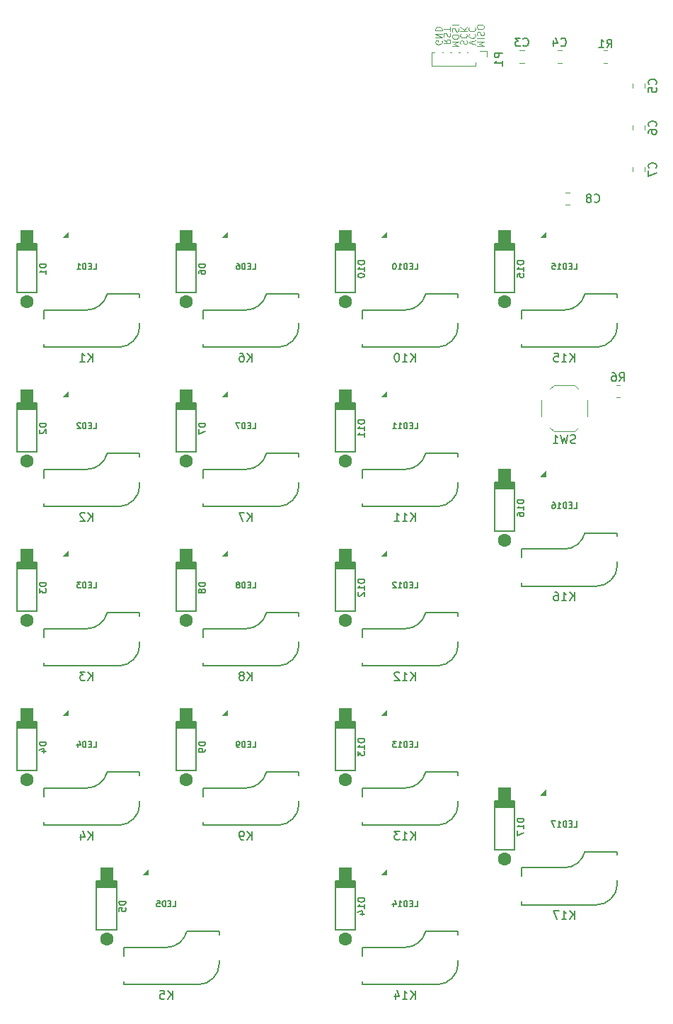
<source format=gbr>
%TF.GenerationSoftware,KiCad,Pcbnew,(6.0.1)*%
%TF.CreationDate,2022-02-23T18:42:09-08:00*%
%TF.ProjectId,Ramen Pad,52616d65-6e20-4506-9164-2e6b69636164,v1.0.0*%
%TF.SameCoordinates,Original*%
%TF.FileFunction,Legend,Bot*%
%TF.FilePolarity,Positive*%
%FSLAX46Y46*%
G04 Gerber Fmt 4.6, Leading zero omitted, Abs format (unit mm)*
G04 Created by KiCad (PCBNEW (6.0.1)) date 2022-02-23 18:42:09*
%MOMM*%
%LPD*%
G01*
G04 APERTURE LIST*
%ADD10C,0.100000*%
%ADD11C,0.150000*%
%ADD12C,0.120000*%
%ADD13C,0.200000*%
%ADD14R,1.600000X1.600000*%
%ADD15C,1.600000*%
G04 APERTURE END LIST*
D10*
X205638095Y-25757142D02*
X206438095Y-25757142D01*
X205866666Y-25490476D01*
X206438095Y-25223809D01*
X205638095Y-25223809D01*
X206438095Y-24690476D02*
X206438095Y-24538095D01*
X206400000Y-24461904D01*
X206323809Y-24385714D01*
X206171428Y-24347619D01*
X205904761Y-24347619D01*
X205752380Y-24385714D01*
X205676190Y-24461904D01*
X205638095Y-24538095D01*
X205638095Y-24690476D01*
X205676190Y-24766666D01*
X205752380Y-24842857D01*
X205904761Y-24880952D01*
X206171428Y-24880952D01*
X206323809Y-24842857D01*
X206400000Y-24766666D01*
X206438095Y-24690476D01*
X205676190Y-24042857D02*
X205638095Y-23928571D01*
X205638095Y-23738095D01*
X205676190Y-23661904D01*
X205714285Y-23623809D01*
X205790476Y-23585714D01*
X205866666Y-23585714D01*
X205942857Y-23623809D01*
X205980952Y-23661904D01*
X206019047Y-23738095D01*
X206057142Y-23890476D01*
X206095238Y-23966666D01*
X206133333Y-24004761D01*
X206209523Y-24042857D01*
X206285714Y-24042857D01*
X206361904Y-24004761D01*
X206400000Y-23966666D01*
X206438095Y-23890476D01*
X206438095Y-23700000D01*
X206400000Y-23585714D01*
X205638095Y-23242857D02*
X206438095Y-23242857D01*
X208638095Y-25757142D02*
X209438095Y-25757142D01*
X208866666Y-25490476D01*
X209438095Y-25223809D01*
X208638095Y-25223809D01*
X208638095Y-24842857D02*
X209438095Y-24842857D01*
X208676190Y-24500000D02*
X208638095Y-24385714D01*
X208638095Y-24195238D01*
X208676190Y-24119047D01*
X208714285Y-24080952D01*
X208790476Y-24042857D01*
X208866666Y-24042857D01*
X208942857Y-24080952D01*
X208980952Y-24119047D01*
X209019047Y-24195238D01*
X209057142Y-24347619D01*
X209095238Y-24423809D01*
X209133333Y-24461904D01*
X209209523Y-24500000D01*
X209285714Y-24500000D01*
X209361904Y-24461904D01*
X209400000Y-24423809D01*
X209438095Y-24347619D01*
X209438095Y-24157142D01*
X209400000Y-24042857D01*
X209438095Y-23547619D02*
X209438095Y-23395238D01*
X209400000Y-23319047D01*
X209323809Y-23242857D01*
X209171428Y-23204761D01*
X208904761Y-23204761D01*
X208752380Y-23242857D01*
X208676190Y-23319047D01*
X208638095Y-23395238D01*
X208638095Y-23547619D01*
X208676190Y-23623809D01*
X208752380Y-23700000D01*
X208904761Y-23738095D01*
X209171428Y-23738095D01*
X209323809Y-23700000D01*
X209400000Y-23623809D01*
X209438095Y-23547619D01*
X208438095Y-25566666D02*
X207638095Y-25300000D01*
X208438095Y-25033333D01*
X207714285Y-24309523D02*
X207676190Y-24347619D01*
X207638095Y-24461904D01*
X207638095Y-24538095D01*
X207676190Y-24652380D01*
X207752380Y-24728571D01*
X207828571Y-24766666D01*
X207980952Y-24804761D01*
X208095238Y-24804761D01*
X208247619Y-24766666D01*
X208323809Y-24728571D01*
X208400000Y-24652380D01*
X208438095Y-24538095D01*
X208438095Y-24461904D01*
X208400000Y-24347619D01*
X208361904Y-24309523D01*
X207714285Y-23509523D02*
X207676190Y-23547619D01*
X207638095Y-23661904D01*
X207638095Y-23738095D01*
X207676190Y-23852380D01*
X207752380Y-23928571D01*
X207828571Y-23966666D01*
X207980952Y-24004761D01*
X208095238Y-24004761D01*
X208247619Y-23966666D01*
X208323809Y-23928571D01*
X208400000Y-23852380D01*
X208438095Y-23738095D01*
X208438095Y-23661904D01*
X208400000Y-23547619D01*
X208361904Y-23509523D01*
X206676190Y-25528571D02*
X206638095Y-25414285D01*
X206638095Y-25223809D01*
X206676190Y-25147619D01*
X206714285Y-25109523D01*
X206790476Y-25071428D01*
X206866666Y-25071428D01*
X206942857Y-25109523D01*
X206980952Y-25147619D01*
X207019047Y-25223809D01*
X207057142Y-25376190D01*
X207095238Y-25452380D01*
X207133333Y-25490476D01*
X207209523Y-25528571D01*
X207285714Y-25528571D01*
X207361904Y-25490476D01*
X207400000Y-25452380D01*
X207438095Y-25376190D01*
X207438095Y-25185714D01*
X207400000Y-25071428D01*
X206714285Y-24271428D02*
X206676190Y-24309523D01*
X206638095Y-24423809D01*
X206638095Y-24500000D01*
X206676190Y-24614285D01*
X206752380Y-24690476D01*
X206828571Y-24728571D01*
X206980952Y-24766666D01*
X207095238Y-24766666D01*
X207247619Y-24728571D01*
X207323809Y-24690476D01*
X207400000Y-24614285D01*
X207438095Y-24500000D01*
X207438095Y-24423809D01*
X207400000Y-24309523D01*
X207361904Y-24271428D01*
X206638095Y-23928571D02*
X207438095Y-23928571D01*
X206638095Y-23471428D02*
X207095238Y-23814285D01*
X207438095Y-23471428D02*
X206980952Y-23928571D01*
X204638095Y-24938095D02*
X205019047Y-25204761D01*
X204638095Y-25395238D02*
X205438095Y-25395238D01*
X205438095Y-25090476D01*
X205400000Y-25014285D01*
X205361904Y-24976190D01*
X205285714Y-24938095D01*
X205171428Y-24938095D01*
X205095238Y-24976190D01*
X205057142Y-25014285D01*
X205019047Y-25090476D01*
X205019047Y-25395238D01*
X204676190Y-24633333D02*
X204638095Y-24519047D01*
X204638095Y-24328571D01*
X204676190Y-24252380D01*
X204714285Y-24214285D01*
X204790476Y-24176190D01*
X204866666Y-24176190D01*
X204942857Y-24214285D01*
X204980952Y-24252380D01*
X205019047Y-24328571D01*
X205057142Y-24480952D01*
X205095238Y-24557142D01*
X205133333Y-24595238D01*
X205209523Y-24633333D01*
X205285714Y-24633333D01*
X205361904Y-24595238D01*
X205400000Y-24557142D01*
X205438095Y-24480952D01*
X205438095Y-24290476D01*
X205400000Y-24176190D01*
X205438095Y-23947619D02*
X205438095Y-23490476D01*
X204638095Y-23719047D02*
X205438095Y-23719047D01*
X204400000Y-25109523D02*
X204438095Y-25185714D01*
X204438095Y-25300000D01*
X204400000Y-25414285D01*
X204323809Y-25490476D01*
X204247619Y-25528571D01*
X204095238Y-25566666D01*
X203980952Y-25566666D01*
X203828571Y-25528571D01*
X203752380Y-25490476D01*
X203676190Y-25414285D01*
X203638095Y-25300000D01*
X203638095Y-25223809D01*
X203676190Y-25109523D01*
X203714285Y-25071428D01*
X203980952Y-25071428D01*
X203980952Y-25223809D01*
X203638095Y-24728571D02*
X204438095Y-24728571D01*
X203638095Y-24271428D01*
X204438095Y-24271428D01*
X203638095Y-23890476D02*
X204438095Y-23890476D01*
X204438095Y-23700000D01*
X204400000Y-23585714D01*
X204323809Y-23509523D01*
X204247619Y-23471428D01*
X204095238Y-23433333D01*
X203980952Y-23433333D01*
X203828571Y-23471428D01*
X203752380Y-23509523D01*
X203676190Y-23585714D01*
X203638095Y-23700000D01*
X203638095Y-23890476D01*
D11*
%TO.C,K5*%
X172188095Y-139676080D02*
X172188095Y-138676080D01*
X171616666Y-139676080D02*
X172045238Y-139104652D01*
X171616666Y-138676080D02*
X172188095Y-139247509D01*
X170711904Y-138676080D02*
X171188095Y-138676080D01*
X171235714Y-139152271D01*
X171188095Y-139104652D01*
X171092857Y-139057033D01*
X170854761Y-139057033D01*
X170759523Y-139104652D01*
X170711904Y-139152271D01*
X170664285Y-139247509D01*
X170664285Y-139485604D01*
X170711904Y-139580842D01*
X170759523Y-139628461D01*
X170854761Y-139676080D01*
X171092857Y-139676080D01*
X171188095Y-139628461D01*
X171235714Y-139580842D01*
%TO.C,K9*%
X181713095Y-120626080D02*
X181713095Y-119626080D01*
X181141666Y-120626080D02*
X181570238Y-120054652D01*
X181141666Y-119626080D02*
X181713095Y-120197509D01*
X180665476Y-120626080D02*
X180475000Y-120626080D01*
X180379761Y-120578461D01*
X180332142Y-120530842D01*
X180236904Y-120387985D01*
X180189285Y-120197509D01*
X180189285Y-119816557D01*
X180236904Y-119721319D01*
X180284523Y-119673700D01*
X180379761Y-119626080D01*
X180570238Y-119626080D01*
X180665476Y-119673700D01*
X180713095Y-119721319D01*
X180760714Y-119816557D01*
X180760714Y-120054652D01*
X180713095Y-120149890D01*
X180665476Y-120197509D01*
X180570238Y-120245128D01*
X180379761Y-120245128D01*
X180284523Y-120197509D01*
X180236904Y-120149890D01*
X180189285Y-120054652D01*
%TO.C,K12*%
X201239285Y-101576080D02*
X201239285Y-100576080D01*
X200667857Y-101576080D02*
X201096428Y-101004652D01*
X200667857Y-100576080D02*
X201239285Y-101147509D01*
X199715476Y-101576080D02*
X200286904Y-101576080D01*
X200001190Y-101576080D02*
X200001190Y-100576080D01*
X200096428Y-100718938D01*
X200191666Y-100814176D01*
X200286904Y-100861795D01*
X199334523Y-100671319D02*
X199286904Y-100623700D01*
X199191666Y-100576080D01*
X198953571Y-100576080D01*
X198858333Y-100623700D01*
X198810714Y-100671319D01*
X198763095Y-100766557D01*
X198763095Y-100861795D01*
X198810714Y-101004652D01*
X199382142Y-101576080D01*
X198763095Y-101576080D01*
%TO.C,K16*%
X220289285Y-92051080D02*
X220289285Y-91051080D01*
X219717857Y-92051080D02*
X220146428Y-91479652D01*
X219717857Y-91051080D02*
X220289285Y-91622509D01*
X218765476Y-92051080D02*
X219336904Y-92051080D01*
X219051190Y-92051080D02*
X219051190Y-91051080D01*
X219146428Y-91193938D01*
X219241666Y-91289176D01*
X219336904Y-91336795D01*
X217908333Y-91051080D02*
X218098809Y-91051080D01*
X218194047Y-91098700D01*
X218241666Y-91146319D01*
X218336904Y-91289176D01*
X218384523Y-91479652D01*
X218384523Y-91860604D01*
X218336904Y-91955842D01*
X218289285Y-92003461D01*
X218194047Y-92051080D01*
X218003571Y-92051080D01*
X217908333Y-92003461D01*
X217860714Y-91955842D01*
X217813095Y-91860604D01*
X217813095Y-91622509D01*
X217860714Y-91527271D01*
X217908333Y-91479652D01*
X218003571Y-91432033D01*
X218194047Y-91432033D01*
X218289285Y-91479652D01*
X218336904Y-91527271D01*
X218384523Y-91622509D01*
%TO.C,K7*%
X181713095Y-82526080D02*
X181713095Y-81526080D01*
X181141666Y-82526080D02*
X181570238Y-81954652D01*
X181141666Y-81526080D02*
X181713095Y-82097509D01*
X180808333Y-81526080D02*
X180141666Y-81526080D01*
X180570238Y-82526080D01*
%TO.C,K6*%
X181713095Y-63476080D02*
X181713095Y-62476080D01*
X181141666Y-63476080D02*
X181570238Y-62904652D01*
X181141666Y-62476080D02*
X181713095Y-63047509D01*
X180284523Y-62476080D02*
X180475000Y-62476080D01*
X180570238Y-62523700D01*
X180617857Y-62571319D01*
X180713095Y-62714176D01*
X180760714Y-62904652D01*
X180760714Y-63285604D01*
X180713095Y-63380842D01*
X180665476Y-63428461D01*
X180570238Y-63476080D01*
X180379761Y-63476080D01*
X180284523Y-63428461D01*
X180236904Y-63380842D01*
X180189285Y-63285604D01*
X180189285Y-63047509D01*
X180236904Y-62952271D01*
X180284523Y-62904652D01*
X180379761Y-62857033D01*
X180570238Y-62857033D01*
X180665476Y-62904652D01*
X180713095Y-62952271D01*
X180760714Y-63047509D01*
%TO.C,K1*%
X162663095Y-63476080D02*
X162663095Y-62476080D01*
X162091666Y-63476080D02*
X162520238Y-62904652D01*
X162091666Y-62476080D02*
X162663095Y-63047509D01*
X161139285Y-63476080D02*
X161710714Y-63476080D01*
X161425000Y-63476080D02*
X161425000Y-62476080D01*
X161520238Y-62618938D01*
X161615476Y-62714176D01*
X161710714Y-62761795D01*
%TO.C,K13*%
X201239285Y-120626080D02*
X201239285Y-119626080D01*
X200667857Y-120626080D02*
X201096428Y-120054652D01*
X200667857Y-119626080D02*
X201239285Y-120197509D01*
X199715476Y-120626080D02*
X200286904Y-120626080D01*
X200001190Y-120626080D02*
X200001190Y-119626080D01*
X200096428Y-119768938D01*
X200191666Y-119864176D01*
X200286904Y-119911795D01*
X199382142Y-119626080D02*
X198763095Y-119626080D01*
X199096428Y-120007033D01*
X198953571Y-120007033D01*
X198858333Y-120054652D01*
X198810714Y-120102271D01*
X198763095Y-120197509D01*
X198763095Y-120435604D01*
X198810714Y-120530842D01*
X198858333Y-120578461D01*
X198953571Y-120626080D01*
X199239285Y-120626080D01*
X199334523Y-120578461D01*
X199382142Y-120530842D01*
%TO.C,K2*%
X162663095Y-82526080D02*
X162663095Y-81526080D01*
X162091666Y-82526080D02*
X162520238Y-81954652D01*
X162091666Y-81526080D02*
X162663095Y-82097509D01*
X161710714Y-81621319D02*
X161663095Y-81573700D01*
X161567857Y-81526080D01*
X161329761Y-81526080D01*
X161234523Y-81573700D01*
X161186904Y-81621319D01*
X161139285Y-81716557D01*
X161139285Y-81811795D01*
X161186904Y-81954652D01*
X161758333Y-82526080D01*
X161139285Y-82526080D01*
%TO.C,K8*%
X181713095Y-101576080D02*
X181713095Y-100576080D01*
X181141666Y-101576080D02*
X181570238Y-101004652D01*
X181141666Y-100576080D02*
X181713095Y-101147509D01*
X180570238Y-101004652D02*
X180665476Y-100957033D01*
X180713095Y-100909414D01*
X180760714Y-100814176D01*
X180760714Y-100766557D01*
X180713095Y-100671319D01*
X180665476Y-100623700D01*
X180570238Y-100576080D01*
X180379761Y-100576080D01*
X180284523Y-100623700D01*
X180236904Y-100671319D01*
X180189285Y-100766557D01*
X180189285Y-100814176D01*
X180236904Y-100909414D01*
X180284523Y-100957033D01*
X180379761Y-101004652D01*
X180570238Y-101004652D01*
X180665476Y-101052271D01*
X180713095Y-101099890D01*
X180760714Y-101195128D01*
X180760714Y-101385604D01*
X180713095Y-101480842D01*
X180665476Y-101528461D01*
X180570238Y-101576080D01*
X180379761Y-101576080D01*
X180284523Y-101528461D01*
X180236904Y-101480842D01*
X180189285Y-101385604D01*
X180189285Y-101195128D01*
X180236904Y-101099890D01*
X180284523Y-101052271D01*
X180379761Y-101004652D01*
%TO.C,K3*%
X162663095Y-101576080D02*
X162663095Y-100576080D01*
X162091666Y-101576080D02*
X162520238Y-101004652D01*
X162091666Y-100576080D02*
X162663095Y-101147509D01*
X161758333Y-100576080D02*
X161139285Y-100576080D01*
X161472619Y-100957033D01*
X161329761Y-100957033D01*
X161234523Y-101004652D01*
X161186904Y-101052271D01*
X161139285Y-101147509D01*
X161139285Y-101385604D01*
X161186904Y-101480842D01*
X161234523Y-101528461D01*
X161329761Y-101576080D01*
X161615476Y-101576080D01*
X161710714Y-101528461D01*
X161758333Y-101480842D01*
%TO.C,K17*%
X220289285Y-130151080D02*
X220289285Y-129151080D01*
X219717857Y-130151080D02*
X220146428Y-129579652D01*
X219717857Y-129151080D02*
X220289285Y-129722509D01*
X218765476Y-130151080D02*
X219336904Y-130151080D01*
X219051190Y-130151080D02*
X219051190Y-129151080D01*
X219146428Y-129293938D01*
X219241666Y-129389176D01*
X219336904Y-129436795D01*
X218432142Y-129151080D02*
X217765476Y-129151080D01*
X218194047Y-130151080D01*
%TO.C,K11*%
X201239285Y-82526080D02*
X201239285Y-81526080D01*
X200667857Y-82526080D02*
X201096428Y-81954652D01*
X200667857Y-81526080D02*
X201239285Y-82097509D01*
X199715476Y-82526080D02*
X200286904Y-82526080D01*
X200001190Y-82526080D02*
X200001190Y-81526080D01*
X200096428Y-81668938D01*
X200191666Y-81764176D01*
X200286904Y-81811795D01*
X198763095Y-82526080D02*
X199334523Y-82526080D01*
X199048809Y-82526080D02*
X199048809Y-81526080D01*
X199144047Y-81668938D01*
X199239285Y-81764176D01*
X199334523Y-81811795D01*
%TO.C,K10*%
X201239285Y-63476080D02*
X201239285Y-62476080D01*
X200667857Y-63476080D02*
X201096428Y-62904652D01*
X200667857Y-62476080D02*
X201239285Y-63047509D01*
X199715476Y-63476080D02*
X200286904Y-63476080D01*
X200001190Y-63476080D02*
X200001190Y-62476080D01*
X200096428Y-62618938D01*
X200191666Y-62714176D01*
X200286904Y-62761795D01*
X199096428Y-62476080D02*
X199001190Y-62476080D01*
X198905952Y-62523700D01*
X198858333Y-62571319D01*
X198810714Y-62666557D01*
X198763095Y-62857033D01*
X198763095Y-63095128D01*
X198810714Y-63285604D01*
X198858333Y-63380842D01*
X198905952Y-63428461D01*
X199001190Y-63476080D01*
X199096428Y-63476080D01*
X199191666Y-63428461D01*
X199239285Y-63380842D01*
X199286904Y-63285604D01*
X199334523Y-63095128D01*
X199334523Y-62857033D01*
X199286904Y-62666557D01*
X199239285Y-62571319D01*
X199191666Y-62523700D01*
X199096428Y-62476080D01*
%TO.C,K14*%
X201239285Y-139676080D02*
X201239285Y-138676080D01*
X200667857Y-139676080D02*
X201096428Y-139104652D01*
X200667857Y-138676080D02*
X201239285Y-139247509D01*
X199715476Y-139676080D02*
X200286904Y-139676080D01*
X200001190Y-139676080D02*
X200001190Y-138676080D01*
X200096428Y-138818938D01*
X200191666Y-138914176D01*
X200286904Y-138961795D01*
X198858333Y-139009414D02*
X198858333Y-139676080D01*
X199096428Y-138628461D02*
X199334523Y-139342747D01*
X198715476Y-139342747D01*
%TO.C,K4*%
X162663095Y-120626130D02*
X162663095Y-119626130D01*
X162091666Y-120626130D02*
X162520238Y-120054702D01*
X162091666Y-119626130D02*
X162663095Y-120197559D01*
X161234523Y-119959464D02*
X161234523Y-120626130D01*
X161472619Y-119578511D02*
X161710714Y-120292797D01*
X161091666Y-120292797D01*
%TO.C,K15*%
X220289285Y-63476080D02*
X220289285Y-62476080D01*
X219717857Y-63476080D02*
X220146428Y-62904652D01*
X219717857Y-62476080D02*
X220289285Y-63047509D01*
X218765476Y-63476080D02*
X219336904Y-63476080D01*
X219051190Y-63476080D02*
X219051190Y-62476080D01*
X219146428Y-62618938D01*
X219241666Y-62714176D01*
X219336904Y-62761795D01*
X217860714Y-62476080D02*
X218336904Y-62476080D01*
X218384523Y-62952271D01*
X218336904Y-62904652D01*
X218241666Y-62857033D01*
X218003571Y-62857033D01*
X217908333Y-62904652D01*
X217860714Y-62952271D01*
X217813095Y-63047509D01*
X217813095Y-63285604D01*
X217860714Y-63380842D01*
X217908333Y-63428461D01*
X218003571Y-63476080D01*
X218241666Y-63476080D01*
X218336904Y-63428461D01*
X218384523Y-63380842D01*
%TO.C,R6*%
X225666666Y-65802380D02*
X226000000Y-65326190D01*
X226238095Y-65802380D02*
X226238095Y-64802380D01*
X225857142Y-64802380D01*
X225761904Y-64850000D01*
X225714285Y-64897619D01*
X225666666Y-64992857D01*
X225666666Y-65135714D01*
X225714285Y-65230952D01*
X225761904Y-65278571D01*
X225857142Y-65326190D01*
X226238095Y-65326190D01*
X224809523Y-64802380D02*
X225000000Y-64802380D01*
X225095238Y-64850000D01*
X225142857Y-64897619D01*
X225238095Y-65040476D01*
X225285714Y-65230952D01*
X225285714Y-65611904D01*
X225238095Y-65707142D01*
X225190476Y-65754761D01*
X225095238Y-65802380D01*
X224904761Y-65802380D01*
X224809523Y-65754761D01*
X224761904Y-65707142D01*
X224714285Y-65611904D01*
X224714285Y-65373809D01*
X224761904Y-65278571D01*
X224809523Y-65230952D01*
X224904761Y-65183333D01*
X225095238Y-65183333D01*
X225190476Y-65230952D01*
X225238095Y-65278571D01*
X225285714Y-65373809D01*
%TO.C,D12*%
X195168204Y-89516071D02*
X194368204Y-89516071D01*
X194368204Y-89706547D01*
X194406300Y-89820833D01*
X194482490Y-89897023D01*
X194558680Y-89935119D01*
X194711061Y-89973214D01*
X194825347Y-89973214D01*
X194977728Y-89935119D01*
X195053919Y-89897023D01*
X195130109Y-89820833D01*
X195168204Y-89706547D01*
X195168204Y-89516071D01*
X195168204Y-90735119D02*
X195168204Y-90277976D01*
X195168204Y-90506547D02*
X194368204Y-90506547D01*
X194482490Y-90430357D01*
X194558680Y-90354166D01*
X194596776Y-90277976D01*
X194444395Y-91039880D02*
X194406300Y-91077976D01*
X194368204Y-91154166D01*
X194368204Y-91344642D01*
X194406300Y-91420833D01*
X194444395Y-91458928D01*
X194520585Y-91497023D01*
X194596776Y-91497023D01*
X194711061Y-91458928D01*
X195168204Y-91001785D01*
X195168204Y-91497023D01*
%TO.C,LED12*%
X201141666Y-90522866D02*
X201475000Y-90522866D01*
X201475000Y-89822866D01*
X200908333Y-90156200D02*
X200675000Y-90156200D01*
X200575000Y-90522866D02*
X200908333Y-90522866D01*
X200908333Y-89822866D01*
X200575000Y-89822866D01*
X200275000Y-90522866D02*
X200275000Y-89822866D01*
X200108333Y-89822866D01*
X200008333Y-89856200D01*
X199941666Y-89922866D01*
X199908333Y-89989533D01*
X199875000Y-90122866D01*
X199875000Y-90222866D01*
X199908333Y-90356200D01*
X199941666Y-90422866D01*
X200008333Y-90489533D01*
X200108333Y-90522866D01*
X200275000Y-90522866D01*
X199208333Y-90522866D02*
X199608333Y-90522866D01*
X199408333Y-90522866D02*
X199408333Y-89822866D01*
X199475000Y-89922866D01*
X199541666Y-89989533D01*
X199608333Y-90022866D01*
X198941666Y-89889533D02*
X198908333Y-89856200D01*
X198841666Y-89822866D01*
X198675000Y-89822866D01*
X198608333Y-89856200D01*
X198575000Y-89889533D01*
X198541666Y-89956200D01*
X198541666Y-90022866D01*
X198575000Y-90122866D01*
X198975000Y-90522866D01*
X198541666Y-90522866D01*
%TO.C,D14*%
X195168204Y-127616071D02*
X194368204Y-127616071D01*
X194368204Y-127806547D01*
X194406300Y-127920833D01*
X194482490Y-127997023D01*
X194558680Y-128035119D01*
X194711061Y-128073214D01*
X194825347Y-128073214D01*
X194977728Y-128035119D01*
X195053919Y-127997023D01*
X195130109Y-127920833D01*
X195168204Y-127806547D01*
X195168204Y-127616071D01*
X195168204Y-128835119D02*
X195168204Y-128377976D01*
X195168204Y-128606547D02*
X194368204Y-128606547D01*
X194482490Y-128530357D01*
X194558680Y-128454166D01*
X194596776Y-128377976D01*
X194634871Y-129520833D02*
X195168204Y-129520833D01*
X194330109Y-129330357D02*
X194901538Y-129139880D01*
X194901538Y-129635119D01*
%TO.C,LED3*%
X162708333Y-90522866D02*
X163041666Y-90522866D01*
X163041666Y-89822866D01*
X162475000Y-90156200D02*
X162241666Y-90156200D01*
X162141666Y-90522866D02*
X162475000Y-90522866D01*
X162475000Y-89822866D01*
X162141666Y-89822866D01*
X161841666Y-90522866D02*
X161841666Y-89822866D01*
X161675000Y-89822866D01*
X161575000Y-89856200D01*
X161508333Y-89922866D01*
X161475000Y-89989533D01*
X161441666Y-90122866D01*
X161441666Y-90222866D01*
X161475000Y-90356200D01*
X161508333Y-90422866D01*
X161575000Y-90489533D01*
X161675000Y-90522866D01*
X161841666Y-90522866D01*
X161208333Y-89822866D02*
X160775000Y-89822866D01*
X161008333Y-90089533D01*
X160908333Y-90089533D01*
X160841666Y-90122866D01*
X160808333Y-90156200D01*
X160775000Y-90222866D01*
X160775000Y-90389533D01*
X160808333Y-90456200D01*
X160841666Y-90489533D01*
X160908333Y-90522866D01*
X161108333Y-90522866D01*
X161175000Y-90489533D01*
X161208333Y-90456200D01*
%TO.C,C7*%
X230037142Y-40333333D02*
X230084761Y-40285714D01*
X230132380Y-40142857D01*
X230132380Y-40047619D01*
X230084761Y-39904761D01*
X229989523Y-39809523D01*
X229894285Y-39761904D01*
X229703809Y-39714285D01*
X229560952Y-39714285D01*
X229370476Y-39761904D01*
X229275238Y-39809523D01*
X229180000Y-39904761D01*
X229132380Y-40047619D01*
X229132380Y-40142857D01*
X229180000Y-40285714D01*
X229227619Y-40333333D01*
X229132380Y-40666666D02*
X229132380Y-41333333D01*
X230132380Y-40904761D01*
%TO.C,D8*%
X176118204Y-89897023D02*
X175318204Y-89897023D01*
X175318204Y-90087500D01*
X175356300Y-90201785D01*
X175432490Y-90277976D01*
X175508680Y-90316071D01*
X175661061Y-90354166D01*
X175775347Y-90354166D01*
X175927728Y-90316071D01*
X176003919Y-90277976D01*
X176080109Y-90201785D01*
X176118204Y-90087500D01*
X176118204Y-89897023D01*
X175661061Y-90811309D02*
X175622966Y-90735119D01*
X175584871Y-90697023D01*
X175508680Y-90658928D01*
X175470585Y-90658928D01*
X175394395Y-90697023D01*
X175356300Y-90735119D01*
X175318204Y-90811309D01*
X175318204Y-90963690D01*
X175356300Y-91039880D01*
X175394395Y-91077976D01*
X175470585Y-91116071D01*
X175508680Y-91116071D01*
X175584871Y-91077976D01*
X175622966Y-91039880D01*
X175661061Y-90963690D01*
X175661061Y-90811309D01*
X175699157Y-90735119D01*
X175737252Y-90697023D01*
X175813442Y-90658928D01*
X175965823Y-90658928D01*
X176042014Y-90697023D01*
X176080109Y-90735119D01*
X176118204Y-90811309D01*
X176118204Y-90963690D01*
X176080109Y-91039880D01*
X176042014Y-91077976D01*
X175965823Y-91116071D01*
X175813442Y-91116071D01*
X175737252Y-91077976D01*
X175699157Y-91039880D01*
X175661061Y-90963690D01*
%TO.C,D6*%
X176118204Y-51797023D02*
X175318204Y-51797023D01*
X175318204Y-51987500D01*
X175356300Y-52101785D01*
X175432490Y-52177976D01*
X175508680Y-52216071D01*
X175661061Y-52254166D01*
X175775347Y-52254166D01*
X175927728Y-52216071D01*
X176003919Y-52177976D01*
X176080109Y-52101785D01*
X176118204Y-51987500D01*
X176118204Y-51797023D01*
X175318204Y-52939880D02*
X175318204Y-52787500D01*
X175356300Y-52711309D01*
X175394395Y-52673214D01*
X175508680Y-52597023D01*
X175661061Y-52558928D01*
X175965823Y-52558928D01*
X176042014Y-52597023D01*
X176080109Y-52635119D01*
X176118204Y-52711309D01*
X176118204Y-52863690D01*
X176080109Y-52939880D01*
X176042014Y-52977976D01*
X175965823Y-53016071D01*
X175775347Y-53016071D01*
X175699157Y-52977976D01*
X175661061Y-52939880D01*
X175622966Y-52863690D01*
X175622966Y-52711309D01*
X175661061Y-52635119D01*
X175699157Y-52597023D01*
X175775347Y-52558928D01*
%TO.C,LED15*%
X220191666Y-52422866D02*
X220525000Y-52422866D01*
X220525000Y-51722866D01*
X219958333Y-52056200D02*
X219725000Y-52056200D01*
X219625000Y-52422866D02*
X219958333Y-52422866D01*
X219958333Y-51722866D01*
X219625000Y-51722866D01*
X219325000Y-52422866D02*
X219325000Y-51722866D01*
X219158333Y-51722866D01*
X219058333Y-51756200D01*
X218991666Y-51822866D01*
X218958333Y-51889533D01*
X218925000Y-52022866D01*
X218925000Y-52122866D01*
X218958333Y-52256200D01*
X218991666Y-52322866D01*
X219058333Y-52389533D01*
X219158333Y-52422866D01*
X219325000Y-52422866D01*
X218258333Y-52422866D02*
X218658333Y-52422866D01*
X218458333Y-52422866D02*
X218458333Y-51722866D01*
X218525000Y-51822866D01*
X218591666Y-51889533D01*
X218658333Y-51922866D01*
X217625000Y-51722866D02*
X217958333Y-51722866D01*
X217991666Y-52056200D01*
X217958333Y-52022866D01*
X217891666Y-51989533D01*
X217725000Y-51989533D01*
X217658333Y-52022866D01*
X217625000Y-52056200D01*
X217591666Y-52122866D01*
X217591666Y-52289533D01*
X217625000Y-52356200D01*
X217658333Y-52389533D01*
X217725000Y-52422866D01*
X217891666Y-52422866D01*
X217958333Y-52389533D01*
X217991666Y-52356200D01*
%TO.C,LED2*%
X162708333Y-71472866D02*
X163041666Y-71472866D01*
X163041666Y-70772866D01*
X162475000Y-71106200D02*
X162241666Y-71106200D01*
X162141666Y-71472866D02*
X162475000Y-71472866D01*
X162475000Y-70772866D01*
X162141666Y-70772866D01*
X161841666Y-71472866D02*
X161841666Y-70772866D01*
X161675000Y-70772866D01*
X161575000Y-70806200D01*
X161508333Y-70872866D01*
X161475000Y-70939533D01*
X161441666Y-71072866D01*
X161441666Y-71172866D01*
X161475000Y-71306200D01*
X161508333Y-71372866D01*
X161575000Y-71439533D01*
X161675000Y-71472866D01*
X161841666Y-71472866D01*
X161175000Y-70839533D02*
X161141666Y-70806200D01*
X161075000Y-70772866D01*
X160908333Y-70772866D01*
X160841666Y-70806200D01*
X160808333Y-70839533D01*
X160775000Y-70906200D01*
X160775000Y-70972866D01*
X160808333Y-71072866D01*
X161208333Y-71472866D01*
X160775000Y-71472866D01*
%TO.C,LED13*%
X201141666Y-109572866D02*
X201475000Y-109572866D01*
X201475000Y-108872866D01*
X200908333Y-109206200D02*
X200675000Y-109206200D01*
X200575000Y-109572866D02*
X200908333Y-109572866D01*
X200908333Y-108872866D01*
X200575000Y-108872866D01*
X200275000Y-109572866D02*
X200275000Y-108872866D01*
X200108333Y-108872866D01*
X200008333Y-108906200D01*
X199941666Y-108972866D01*
X199908333Y-109039533D01*
X199875000Y-109172866D01*
X199875000Y-109272866D01*
X199908333Y-109406200D01*
X199941666Y-109472866D01*
X200008333Y-109539533D01*
X200108333Y-109572866D01*
X200275000Y-109572866D01*
X199208333Y-109572866D02*
X199608333Y-109572866D01*
X199408333Y-109572866D02*
X199408333Y-108872866D01*
X199475000Y-108972866D01*
X199541666Y-109039533D01*
X199608333Y-109072866D01*
X198975000Y-108872866D02*
X198541666Y-108872866D01*
X198775000Y-109139533D01*
X198675000Y-109139533D01*
X198608333Y-109172866D01*
X198575000Y-109206200D01*
X198541666Y-109272866D01*
X198541666Y-109439533D01*
X198575000Y-109506200D01*
X198608333Y-109539533D01*
X198675000Y-109572866D01*
X198875000Y-109572866D01*
X198941666Y-109539533D01*
X198975000Y-109506200D01*
%TO.C,D3*%
X157068204Y-89897023D02*
X156268204Y-89897023D01*
X156268204Y-90087500D01*
X156306300Y-90201785D01*
X156382490Y-90277976D01*
X156458680Y-90316071D01*
X156611061Y-90354166D01*
X156725347Y-90354166D01*
X156877728Y-90316071D01*
X156953919Y-90277976D01*
X157030109Y-90201785D01*
X157068204Y-90087500D01*
X157068204Y-89897023D01*
X156268204Y-90620833D02*
X156268204Y-91116071D01*
X156572966Y-90849404D01*
X156572966Y-90963690D01*
X156611061Y-91039880D01*
X156649157Y-91077976D01*
X156725347Y-91116071D01*
X156915823Y-91116071D01*
X156992014Y-91077976D01*
X157030109Y-91039880D01*
X157068204Y-90963690D01*
X157068204Y-90735119D01*
X157030109Y-90658928D01*
X156992014Y-90620833D01*
%TO.C,LED4*%
X162708333Y-109572866D02*
X163041666Y-109572866D01*
X163041666Y-108872866D01*
X162475000Y-109206200D02*
X162241666Y-109206200D01*
X162141666Y-109572866D02*
X162475000Y-109572866D01*
X162475000Y-108872866D01*
X162141666Y-108872866D01*
X161841666Y-109572866D02*
X161841666Y-108872866D01*
X161675000Y-108872866D01*
X161575000Y-108906200D01*
X161508333Y-108972866D01*
X161475000Y-109039533D01*
X161441666Y-109172866D01*
X161441666Y-109272866D01*
X161475000Y-109406200D01*
X161508333Y-109472866D01*
X161575000Y-109539533D01*
X161675000Y-109572866D01*
X161841666Y-109572866D01*
X160841666Y-109106200D02*
X160841666Y-109572866D01*
X161008333Y-108839533D02*
X161175000Y-109339533D01*
X160741666Y-109339533D01*
%TO.C,C4*%
X218666666Y-25677142D02*
X218714285Y-25724761D01*
X218857142Y-25772380D01*
X218952380Y-25772380D01*
X219095238Y-25724761D01*
X219190476Y-25629523D01*
X219238095Y-25534285D01*
X219285714Y-25343809D01*
X219285714Y-25200952D01*
X219238095Y-25010476D01*
X219190476Y-24915238D01*
X219095238Y-24820000D01*
X218952380Y-24772380D01*
X218857142Y-24772380D01*
X218714285Y-24820000D01*
X218666666Y-24867619D01*
X217809523Y-25105714D02*
X217809523Y-25772380D01*
X218047619Y-24724761D02*
X218285714Y-25439047D01*
X217666666Y-25439047D01*
%TO.C,D15*%
X214218204Y-51416071D02*
X213418204Y-51416071D01*
X213418204Y-51606547D01*
X213456300Y-51720833D01*
X213532490Y-51797023D01*
X213608680Y-51835119D01*
X213761061Y-51873214D01*
X213875347Y-51873214D01*
X214027728Y-51835119D01*
X214103919Y-51797023D01*
X214180109Y-51720833D01*
X214218204Y-51606547D01*
X214218204Y-51416071D01*
X214218204Y-52635119D02*
X214218204Y-52177976D01*
X214218204Y-52406547D02*
X213418204Y-52406547D01*
X213532490Y-52330357D01*
X213608680Y-52254166D01*
X213646776Y-52177976D01*
X213418204Y-53358928D02*
X213418204Y-52977976D01*
X213799157Y-52939880D01*
X213761061Y-52977976D01*
X213722966Y-53054166D01*
X213722966Y-53244642D01*
X213761061Y-53320833D01*
X213799157Y-53358928D01*
X213875347Y-53397023D01*
X214065823Y-53397023D01*
X214142014Y-53358928D01*
X214180109Y-53320833D01*
X214218204Y-53244642D01*
X214218204Y-53054166D01*
X214180109Y-52977976D01*
X214142014Y-52939880D01*
%TO.C,D17*%
X214218204Y-118091071D02*
X213418204Y-118091071D01*
X213418204Y-118281547D01*
X213456300Y-118395833D01*
X213532490Y-118472023D01*
X213608680Y-118510119D01*
X213761061Y-118548214D01*
X213875347Y-118548214D01*
X214027728Y-118510119D01*
X214103919Y-118472023D01*
X214180109Y-118395833D01*
X214218204Y-118281547D01*
X214218204Y-118091071D01*
X214218204Y-119310119D02*
X214218204Y-118852976D01*
X214218204Y-119081547D02*
X213418204Y-119081547D01*
X213532490Y-119005357D01*
X213608680Y-118929166D01*
X213646776Y-118852976D01*
X213418204Y-119576785D02*
X213418204Y-120110119D01*
X214218204Y-119767261D01*
%TO.C,LED5*%
X172233333Y-128622866D02*
X172566666Y-128622866D01*
X172566666Y-127922866D01*
X172000000Y-128256200D02*
X171766666Y-128256200D01*
X171666666Y-128622866D02*
X172000000Y-128622866D01*
X172000000Y-127922866D01*
X171666666Y-127922866D01*
X171366666Y-128622866D02*
X171366666Y-127922866D01*
X171200000Y-127922866D01*
X171100000Y-127956200D01*
X171033333Y-128022866D01*
X171000000Y-128089533D01*
X170966666Y-128222866D01*
X170966666Y-128322866D01*
X171000000Y-128456200D01*
X171033333Y-128522866D01*
X171100000Y-128589533D01*
X171200000Y-128622866D01*
X171366666Y-128622866D01*
X170333333Y-127922866D02*
X170666666Y-127922866D01*
X170700000Y-128256200D01*
X170666666Y-128222866D01*
X170600000Y-128189533D01*
X170433333Y-128189533D01*
X170366666Y-128222866D01*
X170333333Y-128256200D01*
X170300000Y-128322866D01*
X170300000Y-128489533D01*
X170333333Y-128556200D01*
X170366666Y-128589533D01*
X170433333Y-128622866D01*
X170600000Y-128622866D01*
X170666666Y-128589533D01*
X170700000Y-128556200D01*
%TO.C,LED11*%
X201141666Y-71472866D02*
X201475000Y-71472866D01*
X201475000Y-70772866D01*
X200908333Y-71106200D02*
X200675000Y-71106200D01*
X200575000Y-71472866D02*
X200908333Y-71472866D01*
X200908333Y-70772866D01*
X200575000Y-70772866D01*
X200275000Y-71472866D02*
X200275000Y-70772866D01*
X200108333Y-70772866D01*
X200008333Y-70806200D01*
X199941666Y-70872866D01*
X199908333Y-70939533D01*
X199875000Y-71072866D01*
X199875000Y-71172866D01*
X199908333Y-71306200D01*
X199941666Y-71372866D01*
X200008333Y-71439533D01*
X200108333Y-71472866D01*
X200275000Y-71472866D01*
X199208333Y-71472866D02*
X199608333Y-71472866D01*
X199408333Y-71472866D02*
X199408333Y-70772866D01*
X199475000Y-70872866D01*
X199541666Y-70939533D01*
X199608333Y-70972866D01*
X198541666Y-71472866D02*
X198941666Y-71472866D01*
X198741666Y-71472866D02*
X198741666Y-70772866D01*
X198808333Y-70872866D01*
X198875000Y-70939533D01*
X198941666Y-70972866D01*
%TO.C,LED17*%
X220191666Y-119097866D02*
X220525000Y-119097866D01*
X220525000Y-118397866D01*
X219958333Y-118731200D02*
X219725000Y-118731200D01*
X219625000Y-119097866D02*
X219958333Y-119097866D01*
X219958333Y-118397866D01*
X219625000Y-118397866D01*
X219325000Y-119097866D02*
X219325000Y-118397866D01*
X219158333Y-118397866D01*
X219058333Y-118431200D01*
X218991666Y-118497866D01*
X218958333Y-118564533D01*
X218925000Y-118697866D01*
X218925000Y-118797866D01*
X218958333Y-118931200D01*
X218991666Y-118997866D01*
X219058333Y-119064533D01*
X219158333Y-119097866D01*
X219325000Y-119097866D01*
X218258333Y-119097866D02*
X218658333Y-119097866D01*
X218458333Y-119097866D02*
X218458333Y-118397866D01*
X218525000Y-118497866D01*
X218591666Y-118564533D01*
X218658333Y-118597866D01*
X218025000Y-118397866D02*
X217558333Y-118397866D01*
X217858333Y-119097866D01*
%TO.C,LED16*%
X220191666Y-80997866D02*
X220525000Y-80997866D01*
X220525000Y-80297866D01*
X219958333Y-80631200D02*
X219725000Y-80631200D01*
X219625000Y-80997866D02*
X219958333Y-80997866D01*
X219958333Y-80297866D01*
X219625000Y-80297866D01*
X219325000Y-80997866D02*
X219325000Y-80297866D01*
X219158333Y-80297866D01*
X219058333Y-80331200D01*
X218991666Y-80397866D01*
X218958333Y-80464533D01*
X218925000Y-80597866D01*
X218925000Y-80697866D01*
X218958333Y-80831200D01*
X218991666Y-80897866D01*
X219058333Y-80964533D01*
X219158333Y-80997866D01*
X219325000Y-80997866D01*
X218258333Y-80997866D02*
X218658333Y-80997866D01*
X218458333Y-80997866D02*
X218458333Y-80297866D01*
X218525000Y-80397866D01*
X218591666Y-80464533D01*
X218658333Y-80497866D01*
X217658333Y-80297866D02*
X217791666Y-80297866D01*
X217858333Y-80331200D01*
X217891666Y-80364533D01*
X217958333Y-80464533D01*
X217991666Y-80597866D01*
X217991666Y-80864533D01*
X217958333Y-80931200D01*
X217925000Y-80964533D01*
X217858333Y-80997866D01*
X217725000Y-80997866D01*
X217658333Y-80964533D01*
X217625000Y-80931200D01*
X217591666Y-80864533D01*
X217591666Y-80697866D01*
X217625000Y-80631200D01*
X217658333Y-80597866D01*
X217725000Y-80564533D01*
X217858333Y-80564533D01*
X217925000Y-80597866D01*
X217958333Y-80631200D01*
X217991666Y-80697866D01*
%TO.C,LED14*%
X201141666Y-128622866D02*
X201475000Y-128622866D01*
X201475000Y-127922866D01*
X200908333Y-128256200D02*
X200675000Y-128256200D01*
X200575000Y-128622866D02*
X200908333Y-128622866D01*
X200908333Y-127922866D01*
X200575000Y-127922866D01*
X200275000Y-128622866D02*
X200275000Y-127922866D01*
X200108333Y-127922866D01*
X200008333Y-127956200D01*
X199941666Y-128022866D01*
X199908333Y-128089533D01*
X199875000Y-128222866D01*
X199875000Y-128322866D01*
X199908333Y-128456200D01*
X199941666Y-128522866D01*
X200008333Y-128589533D01*
X200108333Y-128622866D01*
X200275000Y-128622866D01*
X199208333Y-128622866D02*
X199608333Y-128622866D01*
X199408333Y-128622866D02*
X199408333Y-127922866D01*
X199475000Y-128022866D01*
X199541666Y-128089533D01*
X199608333Y-128122866D01*
X198608333Y-128156200D02*
X198608333Y-128622866D01*
X198775000Y-127889533D02*
X198941666Y-128389533D01*
X198508333Y-128389533D01*
%TO.C,D13*%
X195168204Y-108566071D02*
X194368204Y-108566071D01*
X194368204Y-108756547D01*
X194406300Y-108870833D01*
X194482490Y-108947023D01*
X194558680Y-108985119D01*
X194711061Y-109023214D01*
X194825347Y-109023214D01*
X194977728Y-108985119D01*
X195053919Y-108947023D01*
X195130109Y-108870833D01*
X195168204Y-108756547D01*
X195168204Y-108566071D01*
X195168204Y-109785119D02*
X195168204Y-109327976D01*
X195168204Y-109556547D02*
X194368204Y-109556547D01*
X194482490Y-109480357D01*
X194558680Y-109404166D01*
X194596776Y-109327976D01*
X194368204Y-110051785D02*
X194368204Y-110547023D01*
X194672966Y-110280357D01*
X194672966Y-110394642D01*
X194711061Y-110470833D01*
X194749157Y-110508928D01*
X194825347Y-110547023D01*
X195015823Y-110547023D01*
X195092014Y-110508928D01*
X195130109Y-110470833D01*
X195168204Y-110394642D01*
X195168204Y-110166071D01*
X195130109Y-110089880D01*
X195092014Y-110051785D01*
%TO.C,R1*%
X224166666Y-25952380D02*
X224500000Y-25476190D01*
X224738095Y-25952380D02*
X224738095Y-24952380D01*
X224357142Y-24952380D01*
X224261904Y-25000000D01*
X224214285Y-25047619D01*
X224166666Y-25142857D01*
X224166666Y-25285714D01*
X224214285Y-25380952D01*
X224261904Y-25428571D01*
X224357142Y-25476190D01*
X224738095Y-25476190D01*
X223214285Y-25952380D02*
X223785714Y-25952380D01*
X223500000Y-25952380D02*
X223500000Y-24952380D01*
X223595238Y-25095238D01*
X223690476Y-25190476D01*
X223785714Y-25238095D01*
%TO.C,D11*%
X195168204Y-70466071D02*
X194368204Y-70466071D01*
X194368204Y-70656547D01*
X194406300Y-70770833D01*
X194482490Y-70847023D01*
X194558680Y-70885119D01*
X194711061Y-70923214D01*
X194825347Y-70923214D01*
X194977728Y-70885119D01*
X195053919Y-70847023D01*
X195130109Y-70770833D01*
X195168204Y-70656547D01*
X195168204Y-70466071D01*
X195168204Y-71685119D02*
X195168204Y-71227976D01*
X195168204Y-71456547D02*
X194368204Y-71456547D01*
X194482490Y-71380357D01*
X194558680Y-71304166D01*
X194596776Y-71227976D01*
X195168204Y-72447023D02*
X195168204Y-71989880D01*
X195168204Y-72218452D02*
X194368204Y-72218452D01*
X194482490Y-72142261D01*
X194558680Y-72066071D01*
X194596776Y-71989880D01*
%TO.C,P1*%
X211702380Y-26551904D02*
X210702380Y-26551904D01*
X210702380Y-26932857D01*
X210750000Y-27028095D01*
X210797619Y-27075714D01*
X210892857Y-27123333D01*
X211035714Y-27123333D01*
X211130952Y-27075714D01*
X211178571Y-27028095D01*
X211226190Y-26932857D01*
X211226190Y-26551904D01*
X211702380Y-28075714D02*
X211702380Y-27504285D01*
X211702380Y-27790000D02*
X210702380Y-27790000D01*
X210845238Y-27694761D01*
X210940476Y-27599523D01*
X210988095Y-27504285D01*
%TO.C,D5*%
X166593204Y-127997023D02*
X165793204Y-127997023D01*
X165793204Y-128187500D01*
X165831300Y-128301785D01*
X165907490Y-128377976D01*
X165983680Y-128416071D01*
X166136061Y-128454166D01*
X166250347Y-128454166D01*
X166402728Y-128416071D01*
X166478919Y-128377976D01*
X166555109Y-128301785D01*
X166593204Y-128187500D01*
X166593204Y-127997023D01*
X165793204Y-129177976D02*
X165793204Y-128797023D01*
X166174157Y-128758928D01*
X166136061Y-128797023D01*
X166097966Y-128873214D01*
X166097966Y-129063690D01*
X166136061Y-129139880D01*
X166174157Y-129177976D01*
X166250347Y-129216071D01*
X166440823Y-129216071D01*
X166517014Y-129177976D01*
X166555109Y-129139880D01*
X166593204Y-129063690D01*
X166593204Y-128873214D01*
X166555109Y-128797023D01*
X166517014Y-128758928D01*
%TO.C,D9*%
X176118204Y-108947023D02*
X175318204Y-108947023D01*
X175318204Y-109137500D01*
X175356300Y-109251785D01*
X175432490Y-109327976D01*
X175508680Y-109366071D01*
X175661061Y-109404166D01*
X175775347Y-109404166D01*
X175927728Y-109366071D01*
X176003919Y-109327976D01*
X176080109Y-109251785D01*
X176118204Y-109137500D01*
X176118204Y-108947023D01*
X176118204Y-109785119D02*
X176118204Y-109937500D01*
X176080109Y-110013690D01*
X176042014Y-110051785D01*
X175927728Y-110127976D01*
X175775347Y-110166071D01*
X175470585Y-110166071D01*
X175394395Y-110127976D01*
X175356300Y-110089880D01*
X175318204Y-110013690D01*
X175318204Y-109861309D01*
X175356300Y-109785119D01*
X175394395Y-109747023D01*
X175470585Y-109708928D01*
X175661061Y-109708928D01*
X175737252Y-109747023D01*
X175775347Y-109785119D01*
X175813442Y-109861309D01*
X175813442Y-110013690D01*
X175775347Y-110089880D01*
X175737252Y-110127976D01*
X175661061Y-110166071D01*
%TO.C,C8*%
X222666666Y-44357142D02*
X222714285Y-44404761D01*
X222857142Y-44452380D01*
X222952380Y-44452380D01*
X223095238Y-44404761D01*
X223190476Y-44309523D01*
X223238095Y-44214285D01*
X223285714Y-44023809D01*
X223285714Y-43880952D01*
X223238095Y-43690476D01*
X223190476Y-43595238D01*
X223095238Y-43500000D01*
X222952380Y-43452380D01*
X222857142Y-43452380D01*
X222714285Y-43500000D01*
X222666666Y-43547619D01*
X222095238Y-43880952D02*
X222190476Y-43833333D01*
X222238095Y-43785714D01*
X222285714Y-43690476D01*
X222285714Y-43642857D01*
X222238095Y-43547619D01*
X222190476Y-43500000D01*
X222095238Y-43452380D01*
X221904761Y-43452380D01*
X221809523Y-43500000D01*
X221761904Y-43547619D01*
X221714285Y-43642857D01*
X221714285Y-43690476D01*
X221761904Y-43785714D01*
X221809523Y-43833333D01*
X221904761Y-43880952D01*
X222095238Y-43880952D01*
X222190476Y-43928571D01*
X222238095Y-43976190D01*
X222285714Y-44071428D01*
X222285714Y-44261904D01*
X222238095Y-44357142D01*
X222190476Y-44404761D01*
X222095238Y-44452380D01*
X221904761Y-44452380D01*
X221809523Y-44404761D01*
X221761904Y-44357142D01*
X221714285Y-44261904D01*
X221714285Y-44071428D01*
X221761904Y-43976190D01*
X221809523Y-43928571D01*
X221904761Y-43880952D01*
%TO.C,D4*%
X157068204Y-108947023D02*
X156268204Y-108947023D01*
X156268204Y-109137500D01*
X156306300Y-109251785D01*
X156382490Y-109327976D01*
X156458680Y-109366071D01*
X156611061Y-109404166D01*
X156725347Y-109404166D01*
X156877728Y-109366071D01*
X156953919Y-109327976D01*
X157030109Y-109251785D01*
X157068204Y-109137500D01*
X157068204Y-108947023D01*
X156534871Y-110089880D02*
X157068204Y-110089880D01*
X156230109Y-109899404D02*
X156801538Y-109708928D01*
X156801538Y-110204166D01*
%TO.C,C5*%
X230037142Y-30333333D02*
X230084761Y-30285714D01*
X230132380Y-30142857D01*
X230132380Y-30047619D01*
X230084761Y-29904761D01*
X229989523Y-29809523D01*
X229894285Y-29761904D01*
X229703809Y-29714285D01*
X229560952Y-29714285D01*
X229370476Y-29761904D01*
X229275238Y-29809523D01*
X229180000Y-29904761D01*
X229132380Y-30047619D01*
X229132380Y-30142857D01*
X229180000Y-30285714D01*
X229227619Y-30333333D01*
X229132380Y-31238095D02*
X229132380Y-30761904D01*
X229608571Y-30714285D01*
X229560952Y-30761904D01*
X229513333Y-30857142D01*
X229513333Y-31095238D01*
X229560952Y-31190476D01*
X229608571Y-31238095D01*
X229703809Y-31285714D01*
X229941904Y-31285714D01*
X230037142Y-31238095D01*
X230084761Y-31190476D01*
X230132380Y-31095238D01*
X230132380Y-30857142D01*
X230084761Y-30761904D01*
X230037142Y-30714285D01*
%TO.C,D7*%
X176118204Y-70847023D02*
X175318204Y-70847023D01*
X175318204Y-71037500D01*
X175356300Y-71151785D01*
X175432490Y-71227976D01*
X175508680Y-71266071D01*
X175661061Y-71304166D01*
X175775347Y-71304166D01*
X175927728Y-71266071D01*
X176003919Y-71227976D01*
X176080109Y-71151785D01*
X176118204Y-71037500D01*
X176118204Y-70847023D01*
X175318204Y-71570833D02*
X175318204Y-72104166D01*
X176118204Y-71761309D01*
%TO.C,LED9*%
X181758333Y-109572866D02*
X182091666Y-109572866D01*
X182091666Y-108872866D01*
X181525000Y-109206200D02*
X181291666Y-109206200D01*
X181191666Y-109572866D02*
X181525000Y-109572866D01*
X181525000Y-108872866D01*
X181191666Y-108872866D01*
X180891666Y-109572866D02*
X180891666Y-108872866D01*
X180725000Y-108872866D01*
X180625000Y-108906200D01*
X180558333Y-108972866D01*
X180525000Y-109039533D01*
X180491666Y-109172866D01*
X180491666Y-109272866D01*
X180525000Y-109406200D01*
X180558333Y-109472866D01*
X180625000Y-109539533D01*
X180725000Y-109572866D01*
X180891666Y-109572866D01*
X180158333Y-109572866D02*
X180025000Y-109572866D01*
X179958333Y-109539533D01*
X179925000Y-109506200D01*
X179858333Y-109406200D01*
X179825000Y-109272866D01*
X179825000Y-109006200D01*
X179858333Y-108939533D01*
X179891666Y-108906200D01*
X179958333Y-108872866D01*
X180091666Y-108872866D01*
X180158333Y-108906200D01*
X180191666Y-108939533D01*
X180225000Y-109006200D01*
X180225000Y-109172866D01*
X180191666Y-109239533D01*
X180158333Y-109272866D01*
X180091666Y-109306200D01*
X179958333Y-109306200D01*
X179891666Y-109272866D01*
X179858333Y-109239533D01*
X179825000Y-109172866D01*
%TO.C,LED1*%
X162708333Y-52422866D02*
X163041666Y-52422866D01*
X163041666Y-51722866D01*
X162475000Y-52056200D02*
X162241666Y-52056200D01*
X162141666Y-52422866D02*
X162475000Y-52422866D01*
X162475000Y-51722866D01*
X162141666Y-51722866D01*
X161841666Y-52422866D02*
X161841666Y-51722866D01*
X161675000Y-51722866D01*
X161575000Y-51756200D01*
X161508333Y-51822866D01*
X161475000Y-51889533D01*
X161441666Y-52022866D01*
X161441666Y-52122866D01*
X161475000Y-52256200D01*
X161508333Y-52322866D01*
X161575000Y-52389533D01*
X161675000Y-52422866D01*
X161841666Y-52422866D01*
X160775000Y-52422866D02*
X161175000Y-52422866D01*
X160975000Y-52422866D02*
X160975000Y-51722866D01*
X161041666Y-51822866D01*
X161108333Y-51889533D01*
X161175000Y-51922866D01*
%TO.C,LED8*%
X181758333Y-90522866D02*
X182091666Y-90522866D01*
X182091666Y-89822866D01*
X181525000Y-90156200D02*
X181291666Y-90156200D01*
X181191666Y-90522866D02*
X181525000Y-90522866D01*
X181525000Y-89822866D01*
X181191666Y-89822866D01*
X180891666Y-90522866D02*
X180891666Y-89822866D01*
X180725000Y-89822866D01*
X180625000Y-89856200D01*
X180558333Y-89922866D01*
X180525000Y-89989533D01*
X180491666Y-90122866D01*
X180491666Y-90222866D01*
X180525000Y-90356200D01*
X180558333Y-90422866D01*
X180625000Y-90489533D01*
X180725000Y-90522866D01*
X180891666Y-90522866D01*
X180091666Y-90122866D02*
X180158333Y-90089533D01*
X180191666Y-90056200D01*
X180225000Y-89989533D01*
X180225000Y-89956200D01*
X180191666Y-89889533D01*
X180158333Y-89856200D01*
X180091666Y-89822866D01*
X179958333Y-89822866D01*
X179891666Y-89856200D01*
X179858333Y-89889533D01*
X179825000Y-89956200D01*
X179825000Y-89989533D01*
X179858333Y-90056200D01*
X179891666Y-90089533D01*
X179958333Y-90122866D01*
X180091666Y-90122866D01*
X180158333Y-90156200D01*
X180191666Y-90189533D01*
X180225000Y-90256200D01*
X180225000Y-90389533D01*
X180191666Y-90456200D01*
X180158333Y-90489533D01*
X180091666Y-90522866D01*
X179958333Y-90522866D01*
X179891666Y-90489533D01*
X179858333Y-90456200D01*
X179825000Y-90389533D01*
X179825000Y-90256200D01*
X179858333Y-90189533D01*
X179891666Y-90156200D01*
X179958333Y-90122866D01*
%TO.C,D10*%
X195168204Y-51416071D02*
X194368204Y-51416071D01*
X194368204Y-51606547D01*
X194406300Y-51720833D01*
X194482490Y-51797023D01*
X194558680Y-51835119D01*
X194711061Y-51873214D01*
X194825347Y-51873214D01*
X194977728Y-51835119D01*
X195053919Y-51797023D01*
X195130109Y-51720833D01*
X195168204Y-51606547D01*
X195168204Y-51416071D01*
X195168204Y-52635119D02*
X195168204Y-52177976D01*
X195168204Y-52406547D02*
X194368204Y-52406547D01*
X194482490Y-52330357D01*
X194558680Y-52254166D01*
X194596776Y-52177976D01*
X194368204Y-53130357D02*
X194368204Y-53206547D01*
X194406300Y-53282738D01*
X194444395Y-53320833D01*
X194520585Y-53358928D01*
X194672966Y-53397023D01*
X194863442Y-53397023D01*
X195015823Y-53358928D01*
X195092014Y-53320833D01*
X195130109Y-53282738D01*
X195168204Y-53206547D01*
X195168204Y-53130357D01*
X195130109Y-53054166D01*
X195092014Y-53016071D01*
X195015823Y-52977976D01*
X194863442Y-52939880D01*
X194672966Y-52939880D01*
X194520585Y-52977976D01*
X194444395Y-53016071D01*
X194406300Y-53054166D01*
X194368204Y-53130357D01*
%TO.C,C3*%
X214166666Y-25677142D02*
X214214285Y-25724761D01*
X214357142Y-25772380D01*
X214452380Y-25772380D01*
X214595238Y-25724761D01*
X214690476Y-25629523D01*
X214738095Y-25534285D01*
X214785714Y-25343809D01*
X214785714Y-25200952D01*
X214738095Y-25010476D01*
X214690476Y-24915238D01*
X214595238Y-24820000D01*
X214452380Y-24772380D01*
X214357142Y-24772380D01*
X214214285Y-24820000D01*
X214166666Y-24867619D01*
X213833333Y-24772380D02*
X213214285Y-24772380D01*
X213547619Y-25153333D01*
X213404761Y-25153333D01*
X213309523Y-25200952D01*
X213261904Y-25248571D01*
X213214285Y-25343809D01*
X213214285Y-25581904D01*
X213261904Y-25677142D01*
X213309523Y-25724761D01*
X213404761Y-25772380D01*
X213690476Y-25772380D01*
X213785714Y-25724761D01*
X213833333Y-25677142D01*
%TO.C,C6*%
X230037142Y-35333333D02*
X230084761Y-35285714D01*
X230132380Y-35142857D01*
X230132380Y-35047619D01*
X230084761Y-34904761D01*
X229989523Y-34809523D01*
X229894285Y-34761904D01*
X229703809Y-34714285D01*
X229560952Y-34714285D01*
X229370476Y-34761904D01*
X229275238Y-34809523D01*
X229180000Y-34904761D01*
X229132380Y-35047619D01*
X229132380Y-35142857D01*
X229180000Y-35285714D01*
X229227619Y-35333333D01*
X229132380Y-36190476D02*
X229132380Y-36000000D01*
X229180000Y-35904761D01*
X229227619Y-35857142D01*
X229370476Y-35761904D01*
X229560952Y-35714285D01*
X229941904Y-35714285D01*
X230037142Y-35761904D01*
X230084761Y-35809523D01*
X230132380Y-35904761D01*
X230132380Y-36095238D01*
X230084761Y-36190476D01*
X230037142Y-36238095D01*
X229941904Y-36285714D01*
X229703809Y-36285714D01*
X229608571Y-36238095D01*
X229560952Y-36190476D01*
X229513333Y-36095238D01*
X229513333Y-35904761D01*
X229560952Y-35809523D01*
X229608571Y-35761904D01*
X229703809Y-35714285D01*
%TO.C,D1*%
X157068204Y-51797023D02*
X156268204Y-51797023D01*
X156268204Y-51987500D01*
X156306300Y-52101785D01*
X156382490Y-52177976D01*
X156458680Y-52216071D01*
X156611061Y-52254166D01*
X156725347Y-52254166D01*
X156877728Y-52216071D01*
X156953919Y-52177976D01*
X157030109Y-52101785D01*
X157068204Y-51987500D01*
X157068204Y-51797023D01*
X157068204Y-53016071D02*
X157068204Y-52558928D01*
X157068204Y-52787500D02*
X156268204Y-52787500D01*
X156382490Y-52711309D01*
X156458680Y-52635119D01*
X156496776Y-52558928D01*
%TO.C,LED10*%
X201141666Y-52422866D02*
X201475000Y-52422866D01*
X201475000Y-51722866D01*
X200908333Y-52056200D02*
X200675000Y-52056200D01*
X200575000Y-52422866D02*
X200908333Y-52422866D01*
X200908333Y-51722866D01*
X200575000Y-51722866D01*
X200275000Y-52422866D02*
X200275000Y-51722866D01*
X200108333Y-51722866D01*
X200008333Y-51756200D01*
X199941666Y-51822866D01*
X199908333Y-51889533D01*
X199875000Y-52022866D01*
X199875000Y-52122866D01*
X199908333Y-52256200D01*
X199941666Y-52322866D01*
X200008333Y-52389533D01*
X200108333Y-52422866D01*
X200275000Y-52422866D01*
X199208333Y-52422866D02*
X199608333Y-52422866D01*
X199408333Y-52422866D02*
X199408333Y-51722866D01*
X199475000Y-51822866D01*
X199541666Y-51889533D01*
X199608333Y-51922866D01*
X198775000Y-51722866D02*
X198708333Y-51722866D01*
X198641666Y-51756200D01*
X198608333Y-51789533D01*
X198575000Y-51856200D01*
X198541666Y-51989533D01*
X198541666Y-52156200D01*
X198575000Y-52289533D01*
X198608333Y-52356200D01*
X198641666Y-52389533D01*
X198708333Y-52422866D01*
X198775000Y-52422866D01*
X198841666Y-52389533D01*
X198875000Y-52356200D01*
X198908333Y-52289533D01*
X198941666Y-52156200D01*
X198941666Y-51989533D01*
X198908333Y-51856200D01*
X198875000Y-51789533D01*
X198841666Y-51756200D01*
X198775000Y-51722866D01*
%TO.C,SW1*%
X220408333Y-73210961D02*
X220265476Y-73258580D01*
X220027380Y-73258580D01*
X219932142Y-73210961D01*
X219884523Y-73163342D01*
X219836904Y-73068104D01*
X219836904Y-72972866D01*
X219884523Y-72877628D01*
X219932142Y-72830009D01*
X220027380Y-72782390D01*
X220217857Y-72734771D01*
X220313095Y-72687152D01*
X220360714Y-72639533D01*
X220408333Y-72544295D01*
X220408333Y-72449057D01*
X220360714Y-72353819D01*
X220313095Y-72306200D01*
X220217857Y-72258580D01*
X219979761Y-72258580D01*
X219836904Y-72306200D01*
X219503571Y-72258580D02*
X219265476Y-73258580D01*
X219075000Y-72544295D01*
X218884523Y-73258580D01*
X218646428Y-72258580D01*
X217741666Y-73258580D02*
X218313095Y-73258580D01*
X218027380Y-73258580D02*
X218027380Y-72258580D01*
X218122619Y-72401438D01*
X218217857Y-72496676D01*
X218313095Y-72544295D01*
%TO.C,LED7*%
X181758333Y-71472866D02*
X182091666Y-71472866D01*
X182091666Y-70772866D01*
X181525000Y-71106200D02*
X181291666Y-71106200D01*
X181191666Y-71472866D02*
X181525000Y-71472866D01*
X181525000Y-70772866D01*
X181191666Y-70772866D01*
X180891666Y-71472866D02*
X180891666Y-70772866D01*
X180725000Y-70772866D01*
X180625000Y-70806200D01*
X180558333Y-70872866D01*
X180525000Y-70939533D01*
X180491666Y-71072866D01*
X180491666Y-71172866D01*
X180525000Y-71306200D01*
X180558333Y-71372866D01*
X180625000Y-71439533D01*
X180725000Y-71472866D01*
X180891666Y-71472866D01*
X180258333Y-70772866D02*
X179791666Y-70772866D01*
X180091666Y-71472866D01*
%TO.C,LED6*%
X181758333Y-52422866D02*
X182091666Y-52422866D01*
X182091666Y-51722866D01*
X181525000Y-52056200D02*
X181291666Y-52056200D01*
X181191666Y-52422866D02*
X181525000Y-52422866D01*
X181525000Y-51722866D01*
X181191666Y-51722866D01*
X180891666Y-52422866D02*
X180891666Y-51722866D01*
X180725000Y-51722866D01*
X180625000Y-51756200D01*
X180558333Y-51822866D01*
X180525000Y-51889533D01*
X180491666Y-52022866D01*
X180491666Y-52122866D01*
X180525000Y-52256200D01*
X180558333Y-52322866D01*
X180625000Y-52389533D01*
X180725000Y-52422866D01*
X180891666Y-52422866D01*
X179891666Y-51722866D02*
X180025000Y-51722866D01*
X180091666Y-51756200D01*
X180125000Y-51789533D01*
X180191666Y-51889533D01*
X180225000Y-52022866D01*
X180225000Y-52289533D01*
X180191666Y-52356200D01*
X180158333Y-52389533D01*
X180091666Y-52422866D01*
X179958333Y-52422866D01*
X179891666Y-52389533D01*
X179858333Y-52356200D01*
X179825000Y-52289533D01*
X179825000Y-52122866D01*
X179858333Y-52056200D01*
X179891666Y-52022866D01*
X179958333Y-51989533D01*
X180091666Y-51989533D01*
X180158333Y-52022866D01*
X180191666Y-52056200D01*
X180225000Y-52122866D01*
%TO.C,D2*%
X157068204Y-70847023D02*
X156268204Y-70847023D01*
X156268204Y-71037500D01*
X156306300Y-71151785D01*
X156382490Y-71227976D01*
X156458680Y-71266071D01*
X156611061Y-71304166D01*
X156725347Y-71304166D01*
X156877728Y-71266071D01*
X156953919Y-71227976D01*
X157030109Y-71151785D01*
X157068204Y-71037500D01*
X157068204Y-70847023D01*
X156344395Y-71608928D02*
X156306300Y-71647023D01*
X156268204Y-71723214D01*
X156268204Y-71913690D01*
X156306300Y-71989880D01*
X156344395Y-72027976D01*
X156420585Y-72066071D01*
X156496776Y-72066071D01*
X156611061Y-72027976D01*
X157068204Y-71570833D01*
X157068204Y-72066071D01*
%TO.C,D16*%
X214218204Y-79991071D02*
X213418204Y-79991071D01*
X213418204Y-80181547D01*
X213456300Y-80295833D01*
X213532490Y-80372023D01*
X213608680Y-80410119D01*
X213761061Y-80448214D01*
X213875347Y-80448214D01*
X214027728Y-80410119D01*
X214103919Y-80372023D01*
X214180109Y-80295833D01*
X214218204Y-80181547D01*
X214218204Y-79991071D01*
X214218204Y-81210119D02*
X214218204Y-80752976D01*
X214218204Y-80981547D02*
X213418204Y-80981547D01*
X213532490Y-80905357D01*
X213608680Y-80829166D01*
X213646776Y-80752976D01*
X213418204Y-81895833D02*
X213418204Y-81743452D01*
X213456300Y-81667261D01*
X213494395Y-81629166D01*
X213608680Y-81552976D01*
X213761061Y-81514880D01*
X214065823Y-81514880D01*
X214142014Y-81552976D01*
X214180109Y-81591071D01*
X214218204Y-81667261D01*
X214218204Y-81819642D01*
X214180109Y-81895833D01*
X214142014Y-81933928D01*
X214065823Y-81972023D01*
X213875347Y-81972023D01*
X213799157Y-81933928D01*
X213761061Y-81895833D01*
X213722966Y-81819642D01*
X213722966Y-81667261D01*
X213761061Y-81591071D01*
X213799157Y-81552976D01*
X213875347Y-81514880D01*
%TO.C,K5*%
X175260000Y-137953700D02*
X166370000Y-137953700D01*
X166370000Y-133508700D02*
X171450000Y-133508700D01*
X177419000Y-131603700D02*
X177800000Y-131603700D01*
X177800000Y-131984700D02*
X177800000Y-131603700D01*
X166370000Y-134524700D02*
X166370000Y-133508700D01*
X166370000Y-137953700D02*
X166370000Y-137572700D01*
X173914162Y-131603700D02*
X177419000Y-131603700D01*
X177800000Y-135413700D02*
X177800000Y-135032700D01*
X175260000Y-137953700D02*
G75*
G03*
X177800000Y-135413700I-1J2540001D01*
G01*
X171450000Y-133508701D02*
G75*
G03*
X173914162Y-131584740I0J2540000D01*
G01*
%TO.C,K9*%
X175895000Y-118903700D02*
X175895000Y-118522700D01*
X175895000Y-115474700D02*
X175895000Y-114458700D01*
X183439162Y-112553700D02*
X186944000Y-112553700D01*
X187325000Y-112934700D02*
X187325000Y-112553700D01*
X187325000Y-116363700D02*
X187325000Y-115982700D01*
X186944000Y-112553700D02*
X187325000Y-112553700D01*
X184785000Y-118903700D02*
X175895000Y-118903700D01*
X175895000Y-114458700D02*
X180975000Y-114458700D01*
X184785000Y-118903700D02*
G75*
G03*
X187325000Y-116363700I-1J2540001D01*
G01*
X180975000Y-114458701D02*
G75*
G03*
X183439162Y-112534740I0J2540000D01*
G01*
%TO.C,K12*%
X194945000Y-96424700D02*
X194945000Y-95408700D01*
X194945000Y-99853700D02*
X194945000Y-99472700D01*
X206375000Y-93884700D02*
X206375000Y-93503700D01*
X194945000Y-95408700D02*
X200025000Y-95408700D01*
X206375000Y-97313700D02*
X206375000Y-96932700D01*
X203835000Y-99853700D02*
X194945000Y-99853700D01*
X205994000Y-93503700D02*
X206375000Y-93503700D01*
X202489162Y-93503700D02*
X205994000Y-93503700D01*
X203835000Y-99853700D02*
G75*
G03*
X206375000Y-97313700I-1J2540001D01*
G01*
X200025000Y-95408701D02*
G75*
G03*
X202489162Y-93484740I0J2540000D01*
G01*
%TO.C,K16*%
X213995000Y-85883700D02*
X219075000Y-85883700D01*
X221539162Y-83978700D02*
X225044000Y-83978700D01*
X213995000Y-90328700D02*
X213995000Y-89947700D01*
X225425000Y-87788700D02*
X225425000Y-87407700D01*
X225425000Y-84359700D02*
X225425000Y-83978700D01*
X213995000Y-86899700D02*
X213995000Y-85883700D01*
X225044000Y-83978700D02*
X225425000Y-83978700D01*
X222885000Y-90328700D02*
X213995000Y-90328700D01*
X222885000Y-90328700D02*
G75*
G03*
X225425000Y-87788700I-1J2540001D01*
G01*
X219075000Y-85883701D02*
G75*
G03*
X221539162Y-83959740I0J2540000D01*
G01*
%TO.C,K7*%
X187325000Y-74834700D02*
X187325000Y-74453700D01*
X175895000Y-77374700D02*
X175895000Y-76358700D01*
X187325000Y-78263700D02*
X187325000Y-77882700D01*
X184785000Y-80803700D02*
X175895000Y-80803700D01*
X175895000Y-80803700D02*
X175895000Y-80422700D01*
X183439162Y-74453700D02*
X186944000Y-74453700D01*
X186944000Y-74453700D02*
X187325000Y-74453700D01*
X175895000Y-76358700D02*
X180975000Y-76358700D01*
X180975000Y-76358701D02*
G75*
G03*
X183439162Y-74434740I0J2540000D01*
G01*
X184785000Y-80803700D02*
G75*
G03*
X187325000Y-78263700I-1J2540001D01*
G01*
%TO.C,K6*%
X187325000Y-55784700D02*
X187325000Y-55403700D01*
X175895000Y-61753700D02*
X175895000Y-61372700D01*
X184785000Y-61753700D02*
X175895000Y-61753700D01*
X187325000Y-59213700D02*
X187325000Y-58832700D01*
X175895000Y-58324700D02*
X175895000Y-57308700D01*
X175895000Y-57308700D02*
X180975000Y-57308700D01*
X183439162Y-55403700D02*
X186944000Y-55403700D01*
X186944000Y-55403700D02*
X187325000Y-55403700D01*
X180975000Y-57308701D02*
G75*
G03*
X183439162Y-55384740I0J2540000D01*
G01*
X184785000Y-61753700D02*
G75*
G03*
X187325000Y-59213700I-1J2540001D01*
G01*
%TO.C,K1*%
X164389162Y-55403700D02*
X167894000Y-55403700D01*
X156845000Y-61753700D02*
X156845000Y-61372700D01*
X167894000Y-55403700D02*
X168275000Y-55403700D01*
X168275000Y-59213700D02*
X168275000Y-58832700D01*
X168275000Y-55784700D02*
X168275000Y-55403700D01*
X156845000Y-57308700D02*
X161925000Y-57308700D01*
X156845000Y-58324700D02*
X156845000Y-57308700D01*
X165735000Y-61753700D02*
X156845000Y-61753700D01*
X161925000Y-57308701D02*
G75*
G03*
X164389162Y-55384740I0J2540000D01*
G01*
X165735000Y-61753700D02*
G75*
G03*
X168275000Y-59213700I-1J2540001D01*
G01*
%TO.C,K13*%
X194945000Y-114458700D02*
X200025000Y-114458700D01*
X203835000Y-118903700D02*
X194945000Y-118903700D01*
X194945000Y-115474700D02*
X194945000Y-114458700D01*
X202489162Y-112553700D02*
X205994000Y-112553700D01*
X205994000Y-112553700D02*
X206375000Y-112553700D01*
X206375000Y-112934700D02*
X206375000Y-112553700D01*
X194945000Y-118903700D02*
X194945000Y-118522700D01*
X206375000Y-116363700D02*
X206375000Y-115982700D01*
X200025000Y-114458701D02*
G75*
G03*
X202489162Y-112534740I0J2540000D01*
G01*
X203835000Y-118903700D02*
G75*
G03*
X206375000Y-116363700I-1J2540001D01*
G01*
%TO.C,K2*%
X167894000Y-74453700D02*
X168275000Y-74453700D01*
X156845000Y-76358700D02*
X161925000Y-76358700D01*
X168275000Y-74834700D02*
X168275000Y-74453700D01*
X168275000Y-78263700D02*
X168275000Y-77882700D01*
X156845000Y-80803700D02*
X156845000Y-80422700D01*
X164389162Y-74453700D02*
X167894000Y-74453700D01*
X165735000Y-80803700D02*
X156845000Y-80803700D01*
X156845000Y-77374700D02*
X156845000Y-76358700D01*
X161925000Y-76358701D02*
G75*
G03*
X164389162Y-74434740I0J2540000D01*
G01*
X165735000Y-80803700D02*
G75*
G03*
X168275000Y-78263700I-1J2540001D01*
G01*
%TO.C,K8*%
X183439162Y-93503700D02*
X186944000Y-93503700D01*
X175895000Y-99853700D02*
X175895000Y-99472700D01*
X184785000Y-99853700D02*
X175895000Y-99853700D01*
X187325000Y-97313700D02*
X187325000Y-96932700D01*
X187325000Y-93884700D02*
X187325000Y-93503700D01*
X175895000Y-95408700D02*
X180975000Y-95408700D01*
X186944000Y-93503700D02*
X187325000Y-93503700D01*
X175895000Y-96424700D02*
X175895000Y-95408700D01*
X180975000Y-95408701D02*
G75*
G03*
X183439162Y-93484740I0J2540000D01*
G01*
X184785000Y-99853700D02*
G75*
G03*
X187325000Y-97313700I-1J2540001D01*
G01*
%TO.C,K3*%
X165735000Y-99853700D02*
X156845000Y-99853700D01*
X168275000Y-93884700D02*
X168275000Y-93503700D01*
X156845000Y-96424700D02*
X156845000Y-95408700D01*
X156845000Y-95408700D02*
X161925000Y-95408700D01*
X167894000Y-93503700D02*
X168275000Y-93503700D01*
X164389162Y-93503700D02*
X167894000Y-93503700D01*
X168275000Y-97313700D02*
X168275000Y-96932700D01*
X156845000Y-99853700D02*
X156845000Y-99472700D01*
X161925000Y-95408701D02*
G75*
G03*
X164389162Y-93484740I0J2540000D01*
G01*
X165735000Y-99853700D02*
G75*
G03*
X168275000Y-97313700I-1J2540001D01*
G01*
%TO.C,K17*%
X225425000Y-125888700D02*
X225425000Y-125507700D01*
X221539162Y-122078700D02*
X225044000Y-122078700D01*
X213995000Y-124999700D02*
X213995000Y-123983700D01*
X222885000Y-128428700D02*
X213995000Y-128428700D01*
X225044000Y-122078700D02*
X225425000Y-122078700D01*
X213995000Y-123983700D02*
X219075000Y-123983700D01*
X225425000Y-122459700D02*
X225425000Y-122078700D01*
X213995000Y-128428700D02*
X213995000Y-128047700D01*
X222885000Y-128428700D02*
G75*
G03*
X225425000Y-125888700I-1J2540001D01*
G01*
X219075000Y-123983701D02*
G75*
G03*
X221539162Y-122059740I0J2540000D01*
G01*
%TO.C,K11*%
X203835000Y-80803700D02*
X194945000Y-80803700D01*
X194945000Y-77374700D02*
X194945000Y-76358700D01*
X194945000Y-80803700D02*
X194945000Y-80422700D01*
X202489162Y-74453700D02*
X205994000Y-74453700D01*
X206375000Y-74834700D02*
X206375000Y-74453700D01*
X205994000Y-74453700D02*
X206375000Y-74453700D01*
X206375000Y-78263700D02*
X206375000Y-77882700D01*
X194945000Y-76358700D02*
X200025000Y-76358700D01*
X203835000Y-80803700D02*
G75*
G03*
X206375000Y-78263700I-1J2540001D01*
G01*
X200025000Y-76358701D02*
G75*
G03*
X202489162Y-74434740I0J2540000D01*
G01*
%TO.C,K10*%
X194945000Y-61753700D02*
X194945000Y-61372700D01*
X194945000Y-57308700D02*
X200025000Y-57308700D01*
X202489162Y-55403700D02*
X205994000Y-55403700D01*
X205994000Y-55403700D02*
X206375000Y-55403700D01*
X203835000Y-61753700D02*
X194945000Y-61753700D01*
X206375000Y-55784700D02*
X206375000Y-55403700D01*
X194945000Y-58324700D02*
X194945000Y-57308700D01*
X206375000Y-59213700D02*
X206375000Y-58832700D01*
X200025000Y-57308701D02*
G75*
G03*
X202489162Y-55384740I0J2540000D01*
G01*
X203835000Y-61753700D02*
G75*
G03*
X206375000Y-59213700I-1J2540001D01*
G01*
%TO.C,K14*%
X194945000Y-134524700D02*
X194945000Y-133508700D01*
X194945000Y-137953700D02*
X194945000Y-137572700D01*
X206375000Y-135413700D02*
X206375000Y-135032700D01*
X206375000Y-131984700D02*
X206375000Y-131603700D01*
X205994000Y-131603700D02*
X206375000Y-131603700D01*
X202489162Y-131603700D02*
X205994000Y-131603700D01*
X203835000Y-137953700D02*
X194945000Y-137953700D01*
X194945000Y-133508700D02*
X200025000Y-133508700D01*
X200025000Y-133508701D02*
G75*
G03*
X202489162Y-131584740I0J2540000D01*
G01*
X203835000Y-137953700D02*
G75*
G03*
X206375000Y-135413700I-1J2540001D01*
G01*
%TO.C,K4*%
X156845000Y-114458750D02*
X161925000Y-114458750D01*
X165735000Y-118903750D02*
X156845000Y-118903750D01*
X156845000Y-115474750D02*
X156845000Y-114458750D01*
X168275000Y-112934750D02*
X168275000Y-112553750D01*
X167894000Y-112553750D02*
X168275000Y-112553750D01*
X164389162Y-112553750D02*
X167894000Y-112553750D01*
X156845000Y-118903750D02*
X156845000Y-118522750D01*
X168275000Y-116363750D02*
X168275000Y-115982750D01*
X165735000Y-118903750D02*
G75*
G03*
X168275000Y-116363750I-1J2540001D01*
G01*
X161925000Y-114458751D02*
G75*
G03*
X164389162Y-112534790I0J2540000D01*
G01*
%TO.C,K15*%
X222885000Y-61753700D02*
X213995000Y-61753700D01*
X213995000Y-58324700D02*
X213995000Y-57308700D01*
X213995000Y-57308700D02*
X219075000Y-57308700D01*
X225425000Y-59213700D02*
X225425000Y-58832700D01*
X221539162Y-55403700D02*
X225044000Y-55403700D01*
X225044000Y-55403700D02*
X225425000Y-55403700D01*
X225425000Y-55784700D02*
X225425000Y-55403700D01*
X213995000Y-61753700D02*
X213995000Y-61372700D01*
X222885000Y-61753700D02*
G75*
G03*
X225425000Y-59213700I-1J2540001D01*
G01*
X219075000Y-57308701D02*
G75*
G03*
X221539162Y-55384740I0J2540000D01*
G01*
D12*
%TO.C,R6*%
X225727064Y-67735000D02*
X225272936Y-67735000D01*
X225727064Y-66265000D02*
X225272936Y-66265000D01*
D13*
%TO.C,D12*%
X191681300Y-88037500D02*
X194081300Y-88037500D01*
X191681300Y-88212500D02*
X194081300Y-88212500D01*
X194081300Y-87462500D02*
X191681300Y-87462500D01*
X191681300Y-87487500D02*
X191681300Y-93287500D01*
X191681300Y-87687500D02*
X194081300Y-87687500D01*
X191681300Y-87562500D02*
X194081300Y-87562500D01*
X191681300Y-93287500D02*
X194081300Y-93287500D01*
X191681300Y-87862500D02*
X194081300Y-87862500D01*
X194081300Y-93287500D02*
X194081300Y-87487500D01*
D10*
%TO.C,LED12*%
X197225000Y-86706200D02*
X197825000Y-86706200D01*
X197825000Y-86706200D02*
X197825000Y-86106200D01*
X197825000Y-86106200D02*
X197225000Y-86706200D01*
G36*
X197825000Y-86706200D02*
G01*
X197225000Y-86706200D01*
X197825000Y-86106200D01*
X197825000Y-86706200D01*
G37*
X197825000Y-86706200D02*
X197225000Y-86706200D01*
X197825000Y-86106200D01*
X197825000Y-86706200D01*
D13*
%TO.C,D14*%
X194081300Y-131387500D02*
X194081300Y-125587500D01*
X191681300Y-125962500D02*
X194081300Y-125962500D01*
X191681300Y-125787500D02*
X194081300Y-125787500D01*
X191681300Y-125662500D02*
X194081300Y-125662500D01*
X191681300Y-131387500D02*
X194081300Y-131387500D01*
X194081300Y-125562500D02*
X191681300Y-125562500D01*
X191681300Y-126312500D02*
X194081300Y-126312500D01*
X191681300Y-125587500D02*
X191681300Y-131387500D01*
X191681300Y-126137500D02*
X194081300Y-126137500D01*
D10*
%TO.C,LED3*%
X159125000Y-86706200D02*
X159725000Y-86706200D01*
X159725000Y-86706200D02*
X159725000Y-86106200D01*
X159725000Y-86106200D02*
X159125000Y-86706200D01*
G36*
X159725000Y-86706200D02*
G01*
X159125000Y-86706200D01*
X159725000Y-86106200D01*
X159725000Y-86706200D01*
G37*
X159725000Y-86706200D02*
X159125000Y-86706200D01*
X159725000Y-86106200D01*
X159725000Y-86706200D01*
D12*
%TO.C,C7*%
X228735000Y-40761252D02*
X228735000Y-40238748D01*
X227265000Y-40761252D02*
X227265000Y-40238748D01*
D13*
%TO.C,D8*%
X172631300Y-87562500D02*
X175031300Y-87562500D01*
X172631300Y-93287500D02*
X175031300Y-93287500D01*
X172631300Y-87687500D02*
X175031300Y-87687500D01*
X172631300Y-88212500D02*
X175031300Y-88212500D01*
X175031300Y-87462500D02*
X172631300Y-87462500D01*
X172631300Y-87487500D02*
X172631300Y-93287500D01*
X175031300Y-93287500D02*
X175031300Y-87487500D01*
X172631300Y-88037500D02*
X175031300Y-88037500D01*
X172631300Y-87862500D02*
X175031300Y-87862500D01*
%TO.C,D6*%
X172631300Y-50112500D02*
X175031300Y-50112500D01*
X175031300Y-49362500D02*
X172631300Y-49362500D01*
X172631300Y-49937500D02*
X175031300Y-49937500D01*
X172631300Y-55187500D02*
X175031300Y-55187500D01*
X172631300Y-49387500D02*
X172631300Y-55187500D01*
X172631300Y-49587500D02*
X175031300Y-49587500D01*
X175031300Y-55187500D02*
X175031300Y-49387500D01*
X172631300Y-49462500D02*
X175031300Y-49462500D01*
X172631300Y-49762500D02*
X175031300Y-49762500D01*
D10*
%TO.C,LED15*%
X216275000Y-48606200D02*
X216875000Y-48606200D01*
X216875000Y-48606200D02*
X216875000Y-48006200D01*
X216875000Y-48006200D02*
X216275000Y-48606200D01*
G36*
X216875000Y-48606200D02*
G01*
X216275000Y-48606200D01*
X216875000Y-48006200D01*
X216875000Y-48606200D01*
G37*
X216875000Y-48606200D02*
X216275000Y-48606200D01*
X216875000Y-48006200D01*
X216875000Y-48606200D01*
%TO.C,LED2*%
X159125000Y-67656200D02*
X159725000Y-67656200D01*
X159725000Y-67656200D02*
X159725000Y-67056200D01*
X159725000Y-67056200D02*
X159125000Y-67656200D01*
G36*
X159725000Y-67656200D02*
G01*
X159125000Y-67656200D01*
X159725000Y-67056200D01*
X159725000Y-67656200D01*
G37*
X159725000Y-67656200D02*
X159125000Y-67656200D01*
X159725000Y-67056200D01*
X159725000Y-67656200D01*
%TO.C,LED13*%
X197225000Y-105756200D02*
X197825000Y-105756200D01*
X197825000Y-105756200D02*
X197825000Y-105156200D01*
X197825000Y-105156200D02*
X197225000Y-105756200D01*
G36*
X197825000Y-105756200D02*
G01*
X197225000Y-105756200D01*
X197825000Y-105156200D01*
X197825000Y-105756200D01*
G37*
X197825000Y-105756200D02*
X197225000Y-105756200D01*
X197825000Y-105156200D01*
X197825000Y-105756200D01*
D13*
%TO.C,D3*%
X153581300Y-88037500D02*
X155981300Y-88037500D01*
X155981300Y-93287500D02*
X155981300Y-87487500D01*
X153581300Y-87862500D02*
X155981300Y-87862500D01*
X153581300Y-88212500D02*
X155981300Y-88212500D01*
X153581300Y-87687500D02*
X155981300Y-87687500D01*
X155981300Y-87462500D02*
X153581300Y-87462500D01*
X153581300Y-87487500D02*
X153581300Y-93287500D01*
X153581300Y-87562500D02*
X155981300Y-87562500D01*
X153581300Y-93287500D02*
X155981300Y-93287500D01*
D10*
%TO.C,LED4*%
X159125000Y-105756200D02*
X159725000Y-105756200D01*
X159725000Y-105756200D02*
X159725000Y-105156200D01*
X159725000Y-105156200D02*
X159125000Y-105756200D01*
G36*
X159725000Y-105756200D02*
G01*
X159125000Y-105756200D01*
X159725000Y-105156200D01*
X159725000Y-105756200D01*
G37*
X159725000Y-105756200D02*
X159125000Y-105756200D01*
X159725000Y-105156200D01*
X159725000Y-105756200D01*
D12*
%TO.C,C4*%
X218761252Y-27735000D02*
X218238748Y-27735000D01*
X218761252Y-26265000D02*
X218238748Y-26265000D01*
D13*
%TO.C,D15*%
X210731300Y-49937500D02*
X213131300Y-49937500D01*
X210731300Y-49587500D02*
X213131300Y-49587500D01*
X213131300Y-49362500D02*
X210731300Y-49362500D01*
X213131300Y-55187500D02*
X213131300Y-49387500D01*
X210731300Y-49762500D02*
X213131300Y-49762500D01*
X210731300Y-55187500D02*
X213131300Y-55187500D01*
X210731300Y-49462500D02*
X213131300Y-49462500D01*
X210731300Y-49387500D02*
X210731300Y-55187500D01*
X210731300Y-50112500D02*
X213131300Y-50112500D01*
%TO.C,D17*%
X210731300Y-116787500D02*
X213131300Y-116787500D01*
X210731300Y-116262500D02*
X213131300Y-116262500D01*
X213131300Y-121862500D02*
X213131300Y-116062500D01*
X210731300Y-116437500D02*
X213131300Y-116437500D01*
X210731300Y-116062500D02*
X210731300Y-121862500D01*
X213131300Y-116037500D02*
X210731300Y-116037500D01*
X210731300Y-116612500D02*
X213131300Y-116612500D01*
X210731300Y-116137500D02*
X213131300Y-116137500D01*
X210731300Y-121862500D02*
X213131300Y-121862500D01*
D10*
%TO.C,LED5*%
X168650000Y-124806200D02*
X169250000Y-124806200D01*
X169250000Y-124806200D02*
X169250000Y-124206200D01*
X169250000Y-124206200D02*
X168650000Y-124806200D01*
G36*
X169250000Y-124806200D02*
G01*
X168650000Y-124806200D01*
X169250000Y-124206200D01*
X169250000Y-124806200D01*
G37*
X169250000Y-124806200D02*
X168650000Y-124806200D01*
X169250000Y-124206200D01*
X169250000Y-124806200D01*
%TO.C,LED11*%
X197225000Y-67656200D02*
X197825000Y-67656200D01*
X197825000Y-67656200D02*
X197825000Y-67056200D01*
X197825000Y-67056200D02*
X197225000Y-67656200D01*
G36*
X197825000Y-67656200D02*
G01*
X197225000Y-67656200D01*
X197825000Y-67056200D01*
X197825000Y-67656200D01*
G37*
X197825000Y-67656200D02*
X197225000Y-67656200D01*
X197825000Y-67056200D01*
X197825000Y-67656200D01*
%TO.C,LED17*%
X216275000Y-115281200D02*
X216875000Y-115281200D01*
X216875000Y-115281200D02*
X216875000Y-114681200D01*
X216875000Y-114681200D02*
X216275000Y-115281200D01*
G36*
X216875000Y-115281200D02*
G01*
X216275000Y-115281200D01*
X216875000Y-114681200D01*
X216875000Y-115281200D01*
G37*
X216875000Y-115281200D02*
X216275000Y-115281200D01*
X216875000Y-114681200D01*
X216875000Y-115281200D01*
%TO.C,LED16*%
X216275000Y-77181200D02*
X216875000Y-77181200D01*
X216875000Y-77181200D02*
X216875000Y-76581200D01*
X216875000Y-76581200D02*
X216275000Y-77181200D01*
G36*
X216875000Y-77181200D02*
G01*
X216275000Y-77181200D01*
X216875000Y-76581200D01*
X216875000Y-77181200D01*
G37*
X216875000Y-77181200D02*
X216275000Y-77181200D01*
X216875000Y-76581200D01*
X216875000Y-77181200D01*
%TO.C,LED14*%
X197225000Y-124806200D02*
X197825000Y-124806200D01*
X197825000Y-124806200D02*
X197825000Y-124206200D01*
X197825000Y-124206200D02*
X197225000Y-124806200D01*
G36*
X197825000Y-124806200D02*
G01*
X197225000Y-124806200D01*
X197825000Y-124206200D01*
X197825000Y-124806200D01*
G37*
X197825000Y-124806200D02*
X197225000Y-124806200D01*
X197825000Y-124206200D01*
X197825000Y-124806200D01*
D13*
%TO.C,D13*%
X191681300Y-106912500D02*
X194081300Y-106912500D01*
X191681300Y-112337500D02*
X194081300Y-112337500D01*
X191681300Y-106612500D02*
X194081300Y-106612500D01*
X194081300Y-106512500D02*
X191681300Y-106512500D01*
X191681300Y-106537500D02*
X191681300Y-112337500D01*
X191681300Y-107087500D02*
X194081300Y-107087500D01*
X191681300Y-106737500D02*
X194081300Y-106737500D01*
X191681300Y-107262500D02*
X194081300Y-107262500D01*
X194081300Y-112337500D02*
X194081300Y-106537500D01*
D12*
%TO.C,R1*%
X223772936Y-26265000D02*
X224227064Y-26265000D01*
X223772936Y-27735000D02*
X224227064Y-27735000D01*
D13*
%TO.C,D11*%
X191681300Y-68987500D02*
X194081300Y-68987500D01*
X191681300Y-68812500D02*
X194081300Y-68812500D01*
X194081300Y-68412500D02*
X191681300Y-68412500D01*
X191681300Y-69162500D02*
X194081300Y-69162500D01*
X191681300Y-68637500D02*
X194081300Y-68637500D01*
X191681300Y-68512500D02*
X194081300Y-68512500D01*
X194081300Y-74237500D02*
X194081300Y-68437500D01*
X191681300Y-68437500D02*
X191681300Y-74237500D01*
X191681300Y-74237500D02*
X194081300Y-74237500D01*
D12*
%TO.C,P1*%
X208500000Y-28100000D02*
X208500000Y-27685000D01*
X203554102Y-26480000D02*
X203190000Y-26480000D01*
X206554102Y-26480000D02*
X206445898Y-26480000D01*
X209810000Y-26315000D02*
X209000000Y-26315000D01*
X204554102Y-26480000D02*
X204445898Y-26480000D01*
X203190000Y-28100000D02*
X203190000Y-26480000D01*
X208500000Y-28100000D02*
X203190000Y-28100000D01*
X209810000Y-27000000D02*
X209810000Y-26315000D01*
X205554102Y-26480000D02*
X205445898Y-26480000D01*
X207554102Y-26480000D02*
X207445898Y-26480000D01*
D13*
%TO.C,D5*%
X165506300Y-125562500D02*
X163106300Y-125562500D01*
X165506300Y-131387500D02*
X165506300Y-125587500D01*
X163106300Y-125962500D02*
X165506300Y-125962500D01*
X163106300Y-125587500D02*
X163106300Y-131387500D01*
X163106300Y-125787500D02*
X165506300Y-125787500D01*
X163106300Y-131387500D02*
X165506300Y-131387500D01*
X163106300Y-125662500D02*
X165506300Y-125662500D01*
X163106300Y-126137500D02*
X165506300Y-126137500D01*
X163106300Y-126312500D02*
X165506300Y-126312500D01*
%TO.C,D9*%
X172631300Y-107087500D02*
X175031300Y-107087500D01*
X172631300Y-112337500D02*
X175031300Y-112337500D01*
X175031300Y-112337500D02*
X175031300Y-106537500D01*
X172631300Y-106537500D02*
X172631300Y-112337500D01*
X172631300Y-106737500D02*
X175031300Y-106737500D01*
X172631300Y-106612500D02*
X175031300Y-106612500D01*
X172631300Y-107262500D02*
X175031300Y-107262500D01*
X175031300Y-106512500D02*
X172631300Y-106512500D01*
X172631300Y-106912500D02*
X175031300Y-106912500D01*
D12*
%TO.C,C8*%
X219761252Y-44735000D02*
X219238748Y-44735000D01*
X219761252Y-43265000D02*
X219238748Y-43265000D01*
D13*
%TO.C,D4*%
X155981300Y-106512500D02*
X153581300Y-106512500D01*
X153581300Y-106912500D02*
X155981300Y-106912500D01*
X153581300Y-106612500D02*
X155981300Y-106612500D01*
X155981300Y-112337500D02*
X155981300Y-106537500D01*
X153581300Y-112337500D02*
X155981300Y-112337500D01*
X153581300Y-106537500D02*
X153581300Y-112337500D01*
X153581300Y-107087500D02*
X155981300Y-107087500D01*
X153581300Y-106737500D02*
X155981300Y-106737500D01*
X153581300Y-107262500D02*
X155981300Y-107262500D01*
D12*
%TO.C,C5*%
X228735000Y-30761252D02*
X228735000Y-30238748D01*
X227265000Y-30761252D02*
X227265000Y-30238748D01*
D13*
%TO.C,D7*%
X172631300Y-74237500D02*
X175031300Y-74237500D01*
X175031300Y-74237500D02*
X175031300Y-68437500D01*
X172631300Y-68437500D02*
X172631300Y-74237500D01*
X175031300Y-68412500D02*
X172631300Y-68412500D01*
X172631300Y-68637500D02*
X175031300Y-68637500D01*
X172631300Y-69162500D02*
X175031300Y-69162500D01*
X172631300Y-68512500D02*
X175031300Y-68512500D01*
X172631300Y-68987500D02*
X175031300Y-68987500D01*
X172631300Y-68812500D02*
X175031300Y-68812500D01*
D10*
%TO.C,LED9*%
X178175000Y-105756200D02*
X178775000Y-105756200D01*
X178775000Y-105756200D02*
X178775000Y-105156200D01*
X178775000Y-105156200D02*
X178175000Y-105756200D01*
G36*
X178775000Y-105756200D02*
G01*
X178175000Y-105756200D01*
X178775000Y-105156200D01*
X178775000Y-105756200D01*
G37*
X178775000Y-105756200D02*
X178175000Y-105756200D01*
X178775000Y-105156200D01*
X178775000Y-105756200D01*
%TO.C,LED1*%
X159125000Y-48606200D02*
X159725000Y-48606200D01*
X159725000Y-48606200D02*
X159725000Y-48006200D01*
X159725000Y-48006200D02*
X159125000Y-48606200D01*
G36*
X159725000Y-48606200D02*
G01*
X159125000Y-48606200D01*
X159725000Y-48006200D01*
X159725000Y-48606200D01*
G37*
X159725000Y-48606200D02*
X159125000Y-48606200D01*
X159725000Y-48006200D01*
X159725000Y-48606200D01*
%TO.C,LED8*%
X178175000Y-86706200D02*
X178775000Y-86706200D01*
X178775000Y-86706200D02*
X178775000Y-86106200D01*
X178775000Y-86106200D02*
X178175000Y-86706200D01*
G36*
X178775000Y-86706200D02*
G01*
X178175000Y-86706200D01*
X178775000Y-86106200D01*
X178775000Y-86706200D01*
G37*
X178775000Y-86706200D02*
X178175000Y-86706200D01*
X178775000Y-86106200D01*
X178775000Y-86706200D01*
D13*
%TO.C,D10*%
X194081300Y-55187500D02*
X194081300Y-49387500D01*
X191681300Y-55187500D02*
X194081300Y-55187500D01*
X191681300Y-50112500D02*
X194081300Y-50112500D01*
X191681300Y-49762500D02*
X194081300Y-49762500D01*
X191681300Y-49387500D02*
X191681300Y-55187500D01*
X191681300Y-49937500D02*
X194081300Y-49937500D01*
X191681300Y-49587500D02*
X194081300Y-49587500D01*
X191681300Y-49462500D02*
X194081300Y-49462500D01*
X194081300Y-49362500D02*
X191681300Y-49362500D01*
D12*
%TO.C,C3*%
X214261252Y-27735000D02*
X213738748Y-27735000D01*
X214261252Y-26265000D02*
X213738748Y-26265000D01*
%TO.C,C6*%
X228735000Y-35761252D02*
X228735000Y-35238748D01*
X227265000Y-35761252D02*
X227265000Y-35238748D01*
D13*
%TO.C,D1*%
X153581300Y-49762500D02*
X155981300Y-49762500D01*
X153581300Y-55187500D02*
X155981300Y-55187500D01*
X155981300Y-55187500D02*
X155981300Y-49387500D01*
X153581300Y-49387500D02*
X153581300Y-55187500D01*
X153581300Y-50112500D02*
X155981300Y-50112500D01*
X153581300Y-49462500D02*
X155981300Y-49462500D01*
X155981300Y-49362500D02*
X153581300Y-49362500D01*
X153581300Y-49937500D02*
X155981300Y-49937500D01*
X153581300Y-49587500D02*
X155981300Y-49587500D01*
D10*
%TO.C,LED10*%
X197225000Y-48606200D02*
X197825000Y-48606200D01*
X197825000Y-48606200D02*
X197825000Y-48006200D01*
X197825000Y-48006200D02*
X197225000Y-48606200D01*
G36*
X197825000Y-48606200D02*
G01*
X197225000Y-48606200D01*
X197825000Y-48006200D01*
X197825000Y-48606200D01*
G37*
X197825000Y-48606200D02*
X197225000Y-48606200D01*
X197825000Y-48006200D01*
X197825000Y-48606200D01*
D12*
%TO.C,SW1*%
X217375000Y-71356200D02*
X217825000Y-71806200D01*
X220775000Y-71356200D02*
X220325000Y-71806200D01*
X217375000Y-66756200D02*
X217825000Y-66306200D01*
X216325000Y-70056200D02*
X216325000Y-68056200D01*
X221825000Y-70056200D02*
X221825000Y-68056200D01*
X217825000Y-71806200D02*
X220325000Y-71806200D01*
X220775000Y-66756200D02*
X220325000Y-66306200D01*
X217825000Y-66306200D02*
X220325000Y-66306200D01*
D10*
%TO.C,LED7*%
X178175000Y-67656200D02*
X178775000Y-67656200D01*
X178775000Y-67656200D02*
X178775000Y-67056200D01*
X178775000Y-67056200D02*
X178175000Y-67656200D01*
G36*
X178775000Y-67656200D02*
G01*
X178175000Y-67656200D01*
X178775000Y-67056200D01*
X178775000Y-67656200D01*
G37*
X178775000Y-67656200D02*
X178175000Y-67656200D01*
X178775000Y-67056200D01*
X178775000Y-67656200D01*
%TO.C,LED6*%
X178175000Y-48606200D02*
X178775000Y-48606200D01*
X178775000Y-48606200D02*
X178775000Y-48006200D01*
X178775000Y-48006200D02*
X178175000Y-48606200D01*
G36*
X178775000Y-48606200D02*
G01*
X178175000Y-48606200D01*
X178775000Y-48006200D01*
X178775000Y-48606200D01*
G37*
X178775000Y-48606200D02*
X178175000Y-48606200D01*
X178775000Y-48006200D01*
X178775000Y-48606200D01*
D13*
%TO.C,D2*%
X153581300Y-68812500D02*
X155981300Y-68812500D01*
X153581300Y-68637500D02*
X155981300Y-68637500D01*
X153581300Y-74237500D02*
X155981300Y-74237500D01*
X153581300Y-69162500D02*
X155981300Y-69162500D01*
X153581300Y-68437500D02*
X153581300Y-74237500D01*
X153581300Y-68987500D02*
X155981300Y-68987500D01*
X155981300Y-74237500D02*
X155981300Y-68437500D01*
X153581300Y-68512500D02*
X155981300Y-68512500D01*
X155981300Y-68412500D02*
X153581300Y-68412500D01*
%TO.C,D16*%
X210731300Y-78512500D02*
X213131300Y-78512500D01*
X210731300Y-78037500D02*
X213131300Y-78037500D01*
X213131300Y-77937500D02*
X210731300Y-77937500D01*
X210731300Y-77962500D02*
X210731300Y-83762500D01*
X210731300Y-78162500D02*
X213131300Y-78162500D01*
X210731300Y-83762500D02*
X213131300Y-83762500D01*
X210731300Y-78337500D02*
X213131300Y-78337500D01*
X213131300Y-83762500D02*
X213131300Y-77962500D01*
X210731300Y-78687500D02*
X213131300Y-78687500D01*
%TD*%
D14*
%TO.C,D12*%
X192881300Y-86587500D03*
D15*
X192881300Y-94387500D03*
%TD*%
D14*
%TO.C,D14*%
X192881300Y-124687500D03*
D15*
X192881300Y-132487500D03*
%TD*%
D14*
%TO.C,D8*%
X173831300Y-86587500D03*
D15*
X173831300Y-94387500D03*
%TD*%
D14*
%TO.C,D6*%
X173831300Y-48487500D03*
D15*
X173831300Y-56287500D03*
%TD*%
D14*
%TO.C,D3*%
X154781300Y-86587500D03*
D15*
X154781300Y-94387500D03*
%TD*%
D14*
%TO.C,D15*%
X211931300Y-48487500D03*
D15*
X211931300Y-56287500D03*
%TD*%
D14*
%TO.C,D17*%
X211931300Y-115162500D03*
D15*
X211931300Y-122962500D03*
%TD*%
D14*
%TO.C,D13*%
X192881300Y-105637500D03*
D15*
X192881300Y-113437500D03*
%TD*%
D14*
%TO.C,D11*%
X192881300Y-67537500D03*
D15*
X192881300Y-75337500D03*
%TD*%
D14*
%TO.C,D5*%
X164306300Y-124687500D03*
D15*
X164306300Y-132487500D03*
%TD*%
D14*
%TO.C,D9*%
X173831300Y-105637500D03*
D15*
X173831300Y-113437500D03*
%TD*%
D14*
%TO.C,D4*%
X154781300Y-105637500D03*
D15*
X154781300Y-113437500D03*
%TD*%
D14*
%TO.C,D7*%
X173831300Y-67537500D03*
D15*
X173831300Y-75337500D03*
%TD*%
D14*
%TO.C,D10*%
X192881300Y-48487500D03*
D15*
X192881300Y-56287500D03*
%TD*%
D14*
%TO.C,D1*%
X154781300Y-48487500D03*
D15*
X154781300Y-56287500D03*
%TD*%
D14*
%TO.C,D2*%
X154781300Y-67537500D03*
D15*
X154781300Y-75337500D03*
%TD*%
D14*
%TO.C,D16*%
X211931300Y-77062500D03*
D15*
X211931300Y-84862500D03*
%TD*%
M02*

</source>
